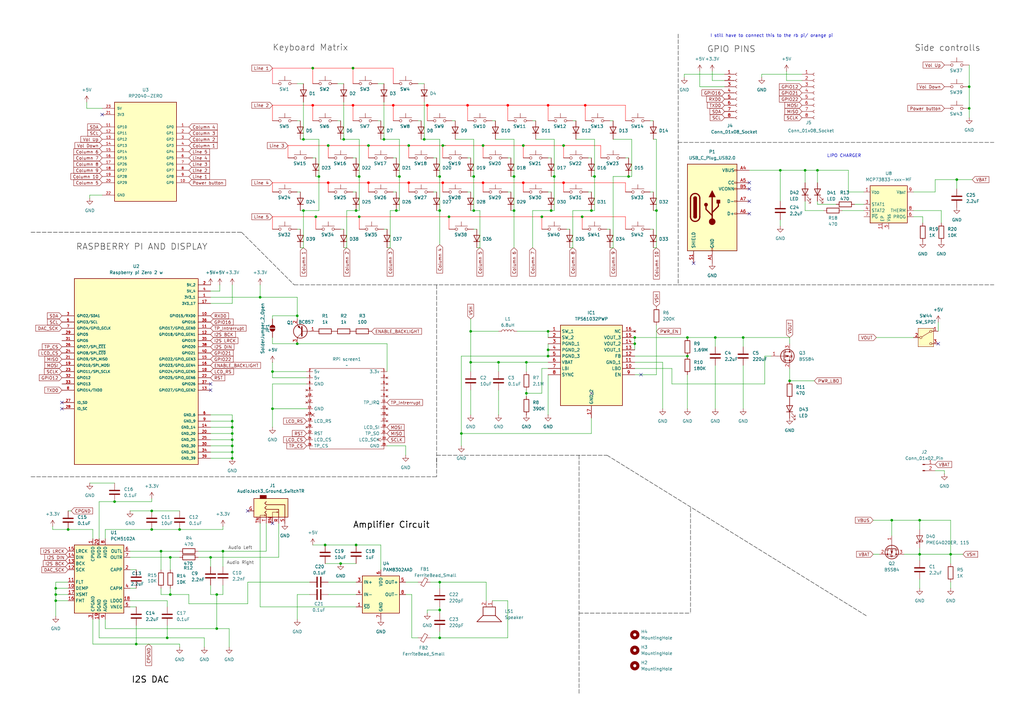
<source format=kicad_sch>
(kicad_sch (version 20250114) (generator "eeschema") (generator_version "9.0")
  (paper "A3")
  (title_block (title "Arc") (date "2025-05-16") (rev "v1"))
  (text "Amplifier Circuit" (at 160.528 215.392 0) (effects (font (size 2.54 2.54) (thickness 0.3175))))
  (text "I2S DAC\n" (at 61.722 278.892 0) (effects (font (size 2.54 2.54) (thickness 0.3175))))
  (text "Audio Right\n" (at 98.552 230.886 0) (effects (font (size 1.27 1.27))))
  (text "GPIO PINS\n" (at 299.974 20.32 0) (effects (font (size 2.54 2.54))))
  (text "RASPBERRY PI AND DISPLAY" (at 58.166 101.346 0) (effects (font (size 2.54 2.54))))
  (text "Side controlls\n" (at 388.62 19.812 0) (effects (font (size 2.54 2.54))))
  (text "Audio Left" (at 98.552 224.79 0) (effects (font (size 1.27 1.27))))
  (text "I still have to connect this to the rb pi/ orange pi\n" (at 316.484 14.732 0) (effects (font (size 1.27 1.27))))
  (text "LIPO CHARGER\n" (at 346.202 64.008 0) (effects (font (size 1.27 1.27))))
  (junction (at 320.04 69.85))
  (junction (at 323.85 156.21))
  (junction (at 210.82 86.36))
  (junction (at 184.15 88.9))
  (junction (at 128.27 43.18) (color 255 0 0 1))
  (junction (at 304.8 138.43))
  (junction (at 281.94 138.43))
  (junction (at 95.25 180.34))
  (junction (at 180.34 250.19))
  (junction (at 111.76 152.4))
  (junction (at 226.06 86.36))
  (junction (at 146.05 223.52))
  (junction (at 140.97 57.15))
  (junction (at 194.31 72.39))
  (junction (at 240.03 43.18) (color 255 0 0 1))
  (junction (at 147.32 88.9))
  (junction (at 224.79 135.89))
  (junction (at 397.51 44.45))
  (junction (at 86.36 228.6))
  (junction (at 214.63 74.93) (color 255 0 0 1))
  (junction (at 139.7 231.14))
  (junction (at 180.34 72.39))
  (junction (at 144.78 27.94))
  (junction (at 377.19 213.36))
  (junction (at 208.28 43.18) (color 255 0 0 1))
  (junction (at 62.23 209.55))
  (junction (at 69.85 228.6))
  (junction (at 95.25 175.26))
  (junction (at 227.33 72.39))
  (junction (at 151.13 74.93) (color 255 0 0 1))
  (junction (at 198.12 59.69))
  (junction (at 95.25 182.88))
  (junction (at 260.35 138.43))
  (junction (at 281.94 146.05))
  (junction (at 242.57 86.36))
  (junction (at 224.79 43.18) (color 255 0 0 1))
  (junction (at 46.99 205.74))
  (junction (at 189.23 177.8))
  (junction (at 173.99 57.15))
  (junction (at 198.12 74.93) (color 255 0 0 1))
  (junction (at 147.32 72.39))
  (junction (at 69.85 243.84))
  (junction (at 167.64 74.93) (color 255 0 0 1))
  (junction (at 134.62 74.93) (color 255 0 0 1))
  (junction (at 222.25 88.9))
  (junction (at 55.88 264.16))
  (junction (at 180.34 238.76))
  (junction (at 181.61 59.69))
  (junction (at 215.9 161.29))
  (junction (at 22.86 246.38))
  (junction (at 238.76 88.9))
  (junction (at 243.84 72.39))
  (junction (at 293.37 138.43))
  (junction (at 397.51 35.56))
  (junction (at 133.35 223.52))
  (junction (at 175.26 43.18) (color 255 0 0 1))
  (junction (at 193.04 148.59))
  (junction (at 224.79 143.51))
  (junction (at 161.29 43.18) (color 255 0 0 1))
  (junction (at 210.82 72.39))
  (junction (at 389.89 227.33))
  (junction (at 95.25 172.72))
  (junction (at 95.25 187.96))
  (junction (at 124.46 57.15))
  (junction (at 27.94 217.17))
  (junction (at 106.68 121.92))
  (junction (at 231.14 74.93) (color 255 0 0 1))
  (junction (at 124.46 86.36))
  (junction (at 260.35 140.97))
  (junction (at 22.86 243.84))
  (junction (at 162.56 86.36))
  (junction (at 204.47 148.59))
  (junction (at 62.23 217.17))
  (junction (at 129.54 88.9))
  (junction (at 269.24 86.36))
  (junction (at 392.43 73.66))
  (junction (at 151.13 59.69))
  (junction (at 257.81 72.39))
  (junction (at 88.9 257.81))
  (junction (at 191.77 43.18) (color 255 0 0 1))
  (junction (at 111.76 167.64))
  (junction (at 365.76 213.36))
  (junction (at 95.25 185.42))
  (junction (at 130.81 72.39))
  (junction (at 121.92 140.97))
  (junction (at 231.14 59.69))
  (junction (at 181.61 74.93) (color 255 0 0 1))
  (junction (at 163.83 72.39))
  (junction (at 128.27 27.94))
  (junction (at 377.19 227.33))
  (junction (at 330.2 69.85))
  (junction (at 22.86 241.3))
  (junction (at 73.66 217.17))
  (junction (at 180.34 261.62))
  (junction (at 91.44 226.06))
  (junction (at 167.64 59.69))
  (junction (at 144.78 43.18) (color 255 0 0 1))
  (junction (at 193.04 135.89))
  (junction (at 134.62 59.69))
  (junction (at 224.79 146.05))
  (junction (at 215.9 148.59))
  (junction (at 146.05 86.36))
  (junction (at 157.48 57.15))
  (junction (at 194.31 86.36))
  (junction (at 66.04 226.06))
  (junction (at 95.25 177.8))
  (junction (at 180.34 86.36))
  (junction (at 121.92 129.54))
  (junction (at 335.28 69.85))
  (junction (at 68.58 261.62))
  (junction (at 88.9 243.84))
  (junction (at 214.63 59.69))
  (no_connect (at 307.34 87.63))
  (no_connect (at 384.81 140.97))
  (no_connect (at 242.57 161.29))
  (no_connect (at 41.91 46.99))
  (no_connect (at 25.4 165.1))
  (no_connect (at 307.34 77.47))
  (no_connect (at 307.34 74.93))
  (no_connect (at 101.6 209.55))
  (no_connect (at 86.36 157.48))
  (no_connect (at 284.48 107.95))
  (no_connect (at 262.89 153.67))
  (no_connect (at 307.34 82.55))
  (no_connect (at 25.4 167.64))
  (no_connect (at 86.36 160.02))
  (no_connect (at 111.76 214.63))
  (wire (pts (xy 121.92 243.84) (xy 121.92 254)))
  (wire (pts (xy 62.23 217.17) (xy 73.66 217.17)))
  (wire (pts (xy 121.92 129.54) (xy 121.92 130.81)))
  (wire (pts (xy 173.99 57.15) (xy 180.34 57.15)))
  (wire (pts (xy 193.04 152.4) (xy 193.04 148.59)))
  (wire (pts (xy 210.82 86.36) (xy 209.55 86.36)))
  (wire (pts (xy 27.94 217.17) (xy 21.59 217.17)))
  (polyline (pts (xy 278.13 58.42) (xy 407.67 58.42)) (stroke (width 0) (type dash) (color 0 0 0 1)))
  (wire (pts (xy 106.68 248.92) (xy 146.05 248.92)))
  (wire (pts (xy 365.76 219.71) (xy 365.76 213.36)))
  (wire (pts (xy 35.56 44.45) (xy 35.56 41.91)))
  (wire (pts (xy 189.23 177.8) (xy 242.57 177.8)))
  (wire (pts (xy 124.46 41.91) (xy 124.46 57.15)))
  (wire (pts (xy 222.25 161.29) (xy 222.25 151.13)))
  (wire (pts (xy 101.6 247.65) (xy 101.6 238.76)))
  (wire (pts (xy 377.19 227.33) (xy 389.89 227.33)))
  (wire (pts (xy 175.26 43.18) (xy 175.26 49.53)) (stroke (width 0) (color 255 0 0 1)))
  (wire (pts (xy 101.6 238.76) (xy 127 238.76)))
  (wire (pts (xy 128.27 64.77) (xy 129.54 64.77)))
  (wire (pts (xy 38.1 254) (xy 38.1 264.16)))
  (wire (pts (xy 210.82 86.36) (xy 210.82 101.6)))
  (polyline (pts (xy 99.06 95.25) (xy 120.65 116.84)) (stroke (width 0) (type dash) (color 0 0 0 1)))
  (wire (pts (xy 147.32 72.39) (xy 146.05 72.39)))
  (wire (pts (xy 335.28 69.85) (xy 335.28 74.93)))
  (wire (pts (xy 198.12 59.69) (xy 198.12 64.77)) (stroke (width 0) (color 255 0 0 1)))
  (polyline (pts (xy 278.13 13.97) (xy 278.13 116.84)) (stroke (width 0) (type dash) (color 0 0 0 1)))
  (wire (pts (xy 350.52 83.82) (xy 354.33 83.82)))
  (wire (pts (xy 377.19 213.36) (xy 389.89 213.36)))
  (wire (pts (xy 193.04 148.59) (xy 204.47 148.59)))
  (wire (pts (xy 43.18 217.17) (xy 62.23 217.17)))
  (wire (pts (xy 128.27 27.94) (xy 128.27 34.29)) (stroke (width 0) (color 255 0 0 1)))
  (wire (pts (xy 210.82 72.39) (xy 209.55 72.39)))
  (wire (pts (xy 281.94 153.67) (xy 281.94 167.64)))
  (wire (pts (xy 365.76 213.36) (xy 377.19 213.36)))
  (wire (pts (xy 251.46 101.6) (xy 250.19 101.6)))
  (wire (pts (xy 214.63 74.93) (xy 214.63 78.74)) (stroke (width 0) (color 255 0 0 1)))
  (wire (pts (xy 243.84 86.36) (xy 242.57 86.36)))
  (wire (pts (xy 146.05 223.52) (xy 156.21 223.52)))
  (wire (pts (xy 134.62 59.69) (xy 134.62 64.77)) (stroke (width 0) (color 255 0 0 1)))
  (wire (pts (xy 180.34 86.36) (xy 180.34 100.33)))
  (wire (pts (xy 383.54 73.66) (xy 392.43 73.66)))
  (wire (pts (xy 180.34 250.19) (xy 175.26 250.19)))
  (wire (pts (xy 269.24 86.36) (xy 269.24 57.15)))
  (wire (pts (xy 68.58 261.62) (xy 83.82 261.62)))
  (wire (pts (xy 269.24 57.15) (xy 267.97 57.15)))
  (wire (pts (xy 251.46 57.15) (xy 259.08 57.15)))
  (wire (pts (xy 139.7 231.14) (xy 146.05 231.14)))
  (wire (pts (xy 95.25 177.8) (xy 95.25 180.34)))
  (wire (pts (xy 180.34 72.39) (xy 180.34 86.36)))
  (wire (pts (xy 234.95 86.36) (xy 234.95 101.6)))
  (wire (pts (xy 171.45 49.53) (xy 172.72 49.53)))
  (wire (pts (xy 218.44 49.53) (xy 219.71 49.53)))
  (wire (pts (xy 240.03 43.18) (xy 240.03 49.53)) (stroke (width 0) (color 255 0 0 1)))
  (wire (pts (xy 88.9 243.84) (xy 91.44 243.84)))
  (wire (pts (xy 231.14 74.93) (xy 231.14 78.74)) (stroke (width 0) (color 255 0 0 1)))
  (wire (pts (xy 111.76 167.64) (xy 111.76 175.26)))
  (wire (pts (xy 387.35 194.31) (xy 387.35 193.04)))
  (wire (pts (xy 181.61 74.93) (xy 198.12 74.93)) (stroke (width 0) (color 255 0 0 1)))
  (wire (pts (xy 144.78 78.74) (xy 146.05 78.74)))
  (wire (pts (xy 240.03 43.18) (xy 256.54 43.18)) (stroke (width 0) (color 255 0 0 1)))
  (wire (pts (xy 121.92 93.98) (xy 123.19 93.98)))
  (wire (pts (xy 121.92 140.97) (xy 158.75 140.97)))
  (wire (pts (xy 218.44 86.36) (xy 218.44 101.6)))
  (wire (pts (xy 62.23 209.55) (xy 53.34 209.55)))
  (wire (pts (xy 27.94 246.38) (xy 22.86 246.38)))
  (wire (pts (xy 287.02 29.21) (xy 287.02 35.56)))
  (wire (pts (xy 111.76 129.54) (xy 111.76 130.81)))
  (wire (pts (xy 389.89 227.33) (xy 394.97 227.33)))
  (wire (pts (xy 111.76 74.93) (xy 134.62 74.93)) (stroke (width 0) (color 255 0 0 1)))
  (wire (pts (xy 194.31 57.15) (xy 194.31 72.39)))
  (wire (pts (xy 40.64 205.74) (xy 40.64 220.98)))
  (wire (pts (xy 304.8 138.43) (xy 304.8 142.24)))
  (wire (pts (xy 175.26 250.19) (xy 175.26 251.46)))
  (wire (pts (xy 134.62 243.84) (xy 146.05 243.84)))
  (wire (pts (xy 162.56 86.36) (xy 160.02 86.36)))
  (polyline (pts (xy 179.07 186.69) (xy 248.92 186.69)) (stroke (width 0) (type dash) (color 0 0 0 1)))
  (wire (pts (xy 36.83 198.12) (xy 46.99 198.12)))
  (wire (pts (xy 322.58 29.21) (xy 322.58 33.02)))
  (wire (pts (xy 392.43 73.66) (xy 398.78 73.66)))
  (wire (pts (xy 208.28 246.38) (xy 201.93 246.38)))
  (wire (pts (xy 304.8 149.86) (xy 304.8 167.64)))
  (wire (pts (xy 133.35 231.14) (xy 139.7 231.14)))
  (wire (pts (xy 22.86 241.3) (xy 27.94 241.3)))
  (wire (pts (xy 370.84 227.33) (xy 377.19 227.33)))
  (wire (pts (xy 93.98 257.81) (xy 93.98 265.43)))
  (wire (pts (xy 194.31 72.39) (xy 194.31 86.36)))
  (wire (pts (xy 241.3 78.74) (xy 242.57 78.74)))
  (wire (pts (xy 68.58 246.38) (xy 68.58 248.92)))
  (wire (pts (xy 111.76 27.94) (xy 128.27 27.94)) (stroke (width 0) (color 255 0 16 1)))
  (wire (pts (xy 198.12 74.93) (xy 198.12 78.74)) (stroke (width 0) (color 255 0 0 1)))
  (wire (pts (xy 320.04 69.85) (xy 320.04 82.55)))
  (wire (pts (xy 236.22 57.15) (xy 243.84 57.15)))
  (wire (pts (xy 95.25 185.42) (xy 95.25 187.96)))
  (wire (pts (xy 269.24 153.67) (xy 269.24 133.35)))
  (wire (pts (xy 53.34 228.6) (xy 69.85 228.6)))
  (wire (pts (xy 161.29 27.94) (xy 161.29 34.29)) (stroke (width 0) (color 255 0 23 1)))
  (wire (pts (xy 224.79 49.53) (xy 224.79 43.18)) (stroke (width 0) (color 255 0 0 1)))
  (wire (pts (xy 83.82 261.62) (xy 83.82 265.43)))
  (wire (pts (xy 128.27 43.18) (xy 128.27 49.53)) (stroke (width 0) (color 255 0 0 1)))
  (wire (pts (xy 219.71 57.15) (xy 227.33 57.15)))
  (wire (pts (xy 157.48 41.91) (xy 157.48 57.15)))
  (wire (pts (xy 36.83 80.01) (xy 41.91 80.01)))
  (wire (pts (xy 22.86 246.38) (xy 22.86 252.73)))
  (wire (pts (xy 157.48 57.15) (xy 163.83 57.15)))
  (wire (pts (xy 62.23 209.55) (xy 73.66 209.55)))
  (polyline (pts (xy 278.13 116.84) (xy 407.67 116.84)) (stroke (width 0) (type dash) (color 0 0 0 1)))
  (wire (pts (xy 111.76 152.4) (xy 125.73 152.4)))
  (wire (pts (xy 186.69 57.15) (xy 194.31 57.15)))
  (wire (pts (xy 358.14 227.33) (xy 360.68 227.33)))
  (wire (pts (xy 320.04 69.85) (xy 330.2 69.85)))
  (wire (pts (xy 392.43 73.66) (xy 392.43 77.47)))
  (wire (pts (xy 342.9 83.82) (xy 335.28 83.82)))
  (wire (pts (xy 180.34 57.15) (xy 180.34 72.39)))
  (wire (pts (xy 151.13 74.93) (xy 167.64 74.93)) (stroke (width 0) (color 255 0 0 1)))
  (wire (pts (xy 208.28 43.18) (xy 208.28 49.53)) (stroke (width 0) (color 255 0 0 1)))
  (wire (pts (xy 222.25 88.9) (xy 238.76 88.9)) (stroke (width 0) (color 255 0 0 1)))
  (wire (pts (xy 142.24 86.36) (xy 142.24 101.6)))
  (wire (pts (xy 124.46 86.36) (xy 124.46 101.6)))
  (wire (pts (xy 215.9 160.02) (xy 215.9 161.29)))
  (wire (pts (xy 250.19 49.53) (xy 251.46 49.53)))
  (wire (pts (xy 38.1 264.16) (xy 55.88 264.16)))
  (wire (pts (xy 140.97 41.91) (xy 140.97 57.15)))
  (wire (pts (xy 224.79 146.05) (xy 189.23 146.05)))
  (wire (pts (xy 134.62 74.93) (xy 151.13 74.93)) (stroke (width 0) (color 255 0 0 1)))
  (wire (pts (xy 66.04 226.06) (xy 73.66 226.06)))
  (wire (pts (xy 378.46 88.9) (xy 378.46 91.44)))
  (wire (pts (xy 86.36 175.26) (xy 95.25 175.26)))
  (wire (pts (xy 234.95 101.6) (xy 233.68 101.6)))
  (wire (pts (xy 123.19 57.15) (xy 124.46 57.15)))
  (wire (pts (xy 323.85 151.13) (xy 323.85 156.21)))
  (wire (pts (xy 111.76 152.4) (xy 111.76 154.94)))
  (wire (pts (xy 81.28 228.6) (xy 86.36 228.6)))
  (wire (pts (xy 257.81 72.39) (xy 259.08 72.39)))
  (wire (pts (xy 242.57 171.45) (xy 242.57 177.8)))
  (wire (pts (xy 55.88 264.16) (xy 73.66 264.16)))
  (wire (pts (xy 224.79 64.77) (xy 226.06 64.77)))
  (wire (pts (xy 40.64 261.62) (xy 68.58 261.62)))
  (wire (pts (xy 224.79 143.51) (xy 224.79 146.05)))
  (wire (pts (xy 158.75 182.88) (xy 166.37 182.88)))
  (wire (pts (xy 184.15 88.9) (xy 184.15 93.98)) (stroke (width 0) (color 255 0 0 1)))
  (wire (pts (xy 22.86 243.84) (xy 22.86 246.38)))
  (wire (pts (xy 111.76 148.59) (xy 111.76 152.4)))
  (wire (pts (xy 88.9 257.81) (xy 93.98 257.81)))
  (wire (pts (xy 111.76 88.9) (xy 129.54 88.9)) (stroke (width 0) (color 255 0 0 1)))
  (wire (pts (xy 208.28 78.74) (xy 209.55 78.74)))
  (wire (pts (xy 194.31 72.39) (xy 193.04 72.39)))
  (polyline (pts (xy 120.65 116.84) (xy 278.13 116.84)) (stroke (width 0) (type dash) (color 0 0 0 1)))
  (wire (pts (xy 114.3 228.6) (xy 114.3 214.63)))
  (wire (pts (xy 161.29 64.77) (xy 162.56 64.77)))
  (wire (pts (xy 193.04 135.89) (xy 204.47 135.89)))
  (wire (pts (xy 215.9 161.29) (xy 215.9 162.56)))
  (wire (pts (xy 177.8 64.77) (xy 179.07 64.77)))
  (wire (pts (xy 27.94 238.76) (xy 22.86 238.76)))
  (wire (pts (xy 147.32 88.9) (xy 147.32 93.98)) (stroke (width 0) (color 255 0 0 1)))
  (wire (pts (xy 180.34 238.76) (xy 199.39 238.76)))
  (wire (pts (xy 212.09 135.89) (xy 224.79 135.89)))
  (wire (pts (xy 238.76 88.9) (xy 256.54 88.9)) (stroke (width 0) (color 255 0 0 1)))
  (wire (pts (xy 157.48 57.15) (xy 156.21 57.15)))
  (wire (pts (xy 397.51 44.45) (xy 397.51 48.26)))
  (wire (pts (xy 194.31 86.36) (xy 196.85 86.36)))
  (wire (pts (xy 121.92 121.92) (xy 121.92 129.54)))
  (wire (pts (xy 125.73 154.94) (xy 111.76 154.94)))
  (wire (pts (xy 358.14 213.36) (xy 365.76 213.36)))
  (wire (pts (xy 214.63 59.69) (xy 214.63 64.77)) (stroke (width 0) (color 255 0 0 1)))
  (wire (pts (xy 330.2 86.36) (xy 337.82 86.36)))
  (wire (pts (xy 312.42 31.75) (xy 312.42 30.48)))
  (wire (pts (xy 280.67 31.75) (xy 280.67 30.48)))
  (wire (pts (xy 224.79 140.97) (xy 224.79 143.51)))
  (wire (pts (xy 260.35 138.43) (xy 281.94 138.43)))
  (wire (pts (xy 168.91 261.62) (xy 171.45 261.62)))
  (wire (pts (xy 86.36 243.84) (xy 88.9 243.84)))
  (wire (pts (xy 323.85 156.21) (xy 334.01 156.21)))
  (wire (pts (xy 53.34 233.68) (xy 55.88 233.68)))
  (wire (pts (xy 124.46 57.15) (xy 130.81 57.15)))
  (wire (pts (xy 377.19 237.49) (xy 377.19 241.3)))
  (wire (pts (xy 129.54 72.39) (xy 130.81 72.39)))
  (wire (pts (xy 90.17 119.38) (xy 90.17 116.84)))
  (wire (pts (xy 111.76 78.74) (xy 111.76 74.93)) (stroke (width 0) (color 255 0 0 1)))
  (wire (pts (xy 147.32 72.39) (xy 147.32 86.36)))
  (wire (pts (xy 43.18 257.81) (xy 88.9 257.81)))
  (wire (pts (xy 176.53 238.76) (xy 180.34 238.76)))
  (wire (pts (xy 118.11 64.77) (xy 118.11 59.69)) (stroke (width 0) (color 255 0 0 1)))
  (wire (pts (xy 234.95 86.36) (xy 242.57 86.36)))
  (wire (pts (xy 227.33 72.39) (xy 227.33 86.36)))
  (wire (pts (xy 193.04 130.81) (xy 193.04 135.89)))
  (wire (pts (xy 118.11 59.69) (xy 134.62 59.69)) (stroke (width 0) (color 255 0 0 1)))
  (wire (pts (xy 95.25 182.88) (xy 95.25 185.42)))
  (polyline (pts (xy 237.49 251.46) (xy 283.21 251.46)) (stroke (width 0) (type dash) (color 0 0 0 1)))
  (wire (pts (xy 224.79 78.74) (xy 226.06 78.74)))
  (wire (pts (xy 167.64 59.69) (xy 167.64 64.77)) (stroke (width 0) (color 255 0 0 1)))
  (wire (pts (xy 208.28 64.77) (xy 209.55 64.77)))
  (wire (pts (xy 330.2 82.55) (xy 330.2 86.36)))
  (wire (pts (xy 292.1 29.21) (xy 292.1 33.02)))
  (wire (pts (xy 154.94 49.53) (xy 156.21 49.53)))
  (wire (pts (xy 243.84 72.39) (xy 243.84 86.36)))
  (wire (pts (xy 106.68 214.63) (xy 106.68 248.92)))
  (wire (pts (xy 389.89 213.36) (xy 389.89 227.33)))
  (wire (pts (xy 227.33 57.15) (xy 227.33 72.39)))
  (wire (pts (xy 127 243.84) (xy 121.92 243.84)))
  (wire (pts (xy 330.2 69.85) (xy 330.2 74.93)))
  (wire (pts (xy 260.35 148.59) (xy 271.78 148.59)))
  (wire (pts (xy 194.31 93.98) (xy 195.58 93.98)))
  (wire (pts (xy 144.78 43.18) (xy 144.78 49.53)) (stroke (width 0) (color 255 0 0 1)))
  (wire (pts (xy 374.65 88.9) (xy 378.46 88.9)))
  (wire (pts (xy 387.35 193.04) (xy 383.54 193.04)))
  (wire (pts (xy 397.51 35.56) (xy 397.51 44.45)))
  (wire (pts (xy 181.61 64.77) (xy 181.61 59.69)) (stroke (width 0) (color 255 0 0 1)))
  (polyline (pts (xy 12.7 95.25) (xy 99.06 95.25)) (stroke (width 0) (type dash) (color 0 0 0 1)))
  (wire (pts (xy 287.02 35.56) (xy 297.18 35.56)))
  (wire (pts (xy 231.14 74.93) (xy 256.54 74.93)) (stroke (width 0) (color 255 0 0 1)))
  (wire (pts (xy 69.85 228.6) (xy 69.85 233.68)))
  (wire (pts (xy 111.76 49.53) (xy 111.76 43.18)) (stroke (width 0) (color 255 0 0 1)))
  (wire (pts (xy 144.78 27.94) (xy 161.29 27.94)) (stroke (width 0) (color 255 0 0 1)))
  (wire (pts (xy 208.28 261.62) (xy 208.28 246.38)))
  (wire (pts (xy 322.58 33.02) (xy 328.93 33.02)))
  (wire (pts (xy 232.41 93.98) (xy 233.68 93.98)))
  (wire (pts (xy 109.22 214.63) (xy 109.22 226.06)))
  (wire (pts (xy 256.54 43.18) (xy 256.54 49.53)) (stroke (width 0) (color 255 0 0 1)))
  (wire (pts (xy 134.62 74.93) (xy 134.62 78.74)) (stroke (width 0) (color 255 0 0 1)))
  (wire (pts (xy 91.44 226.06) (xy 91.44 232.41)))
  (wire (pts (xy 167.64 74.93) (xy 181.61 74.93)) (stroke (width 0) (color 255 0 0 1)))
  (wire (pts (xy 191.77 78.74) (xy 193.04 78.74)))
  (wire (pts (xy 389.89 238.76) (xy 389.89 241.3)))
  (wire (pts (xy 383.54 78.74) (xy 383.54 73.66)))
  (wire (pts (xy 246.38 59.69) (xy 246.38 64.77)) (stroke (width 0) (color 255 0 0 1)))
  (wire (pts (xy 86.36 240.03) (xy 86.36 243.84)))
  (wire (pts (xy 95.25 170.18) (xy 95.25 172.72)))
  (wire (pts (xy 157.48 93.98) (xy 158.75 93.98)))
  (wire (pts (xy 81.28 226.06) (xy 91.44 226.06)))
  (wire (pts (xy 214.63 74.93) (xy 231.14 74.93)) (stroke (width 0) (color 255 0 0 1)))
  (wire (pts (xy 163.83 57.15) (xy 163.83 72.39)))
  (wire (pts (xy 215.9 161.29) (xy 222.25 161.29)))
  (wire (pts (xy 257.81 72.39) (xy 251.46 72.39)))
  (wire (pts (xy 191.77 43.18) (xy 191.77 49.53)) (stroke (width 0) (color 255 0 0 1)))
  (wire (pts (xy 384.81 132.08) (xy 384.81 135.89)))
  (wire (pts (xy 53.34 241.3) (xy 55.88 241.3)))
  (wire (pts (xy 313.69 146.05) (xy 316.23 146.05)))
  (wire (pts (xy 189.23 177.8) (xy 189.23 182.88)))
  (wire (pts (xy 144.78 43.18) (xy 161.29 43.18)) (stroke (width 0) (color 255 0 0 1)))
  (wire (pts (xy 91.44 243.84) (xy 91.44 240.03)))
  (wire (pts (xy 167.64 74.93) (xy 167.64 78.74)) (stroke (width 0) (color 255 0 0 1)))
  (wire (pts (xy 181.61 59.69) (xy 182.88 59.69)))
  (polyline (pts (xy 283.21 208.28) (xy 283.21 251.46)) (stroke (width 0) (type dash) (color 0 0 0 1)))
  (wire (pts (xy 266.7 78.74) (xy 267.97 78.74)))
  (wire (pts (xy 36.83 81.28) (xy 36.83 80.01)))
  (wire (pts (xy 124.46 34.29) (xy 121.92 34.29)))
  (wire (pts (xy 180.34 248.92) (xy 180.34 250.19)))
  (wire (pts (xy 27.94 217.17) (xy 38.1 217.17)))
  (wire (pts (xy 293.37 149.86) (xy 293.37 167.64)))
  (wire (pts (xy 158.75 140.97) (xy 158.75 152.4)))
  (wire (pts (xy 335.28 83.82) (xy 335.28 82.55)))
  (wire (pts (xy 243.84 72.39) (xy 242.57 72.39)))
  (wire (pts (xy 243.84 57.15) (xy 243.84 72.39)))
  (wire (pts (xy 69.85 243.84) (xy 69.85 241.3)))
  (wire (pts (xy 175.26 43.18) (xy 191.77 43.18)) (stroke (width 0) (color 255 0 0 1)))
  (wire (pts (xy 345.44 86.36) (xy 354.33 86.36)))
  (wire (pts (xy 163.83 86.36) (xy 162.56 86.36)))
  (wire (pts (xy 227.33 72.39) (xy 226.06 72.39)))
  (wire (pts (xy 180.34 261.62) (xy 208.28 261.62)))
  (wire (pts (xy 347.98 69.85) (xy 347.98 78.74)))
  (wire (pts (xy 130.81 72.39) (xy 130.81 86.36)))
  (wire (pts (xy 204.47 152.4) (xy 204.47 148.59)))
  (wire (pts (xy 66.04 243.84) (xy 69.85 243.84)))
  (wire (pts (xy 156.21 223.52) (xy 156.21 233.68)))
  (wire (pts (xy 377.19 213.36) (xy 377.19 217.17)))
  (wire (pts (xy 166.37 182.88) (xy 166.37 186.69)))
  (wire (pts (xy 307.34 69.85) (xy 320.04 69.85)))
  (wire (pts (xy 224.79 135.89) (xy 224.79 138.43)))
  (wire (pts (xy 111.76 140.97) (xy 121.92 140.97)))
  (wire (pts (xy 161.29 43.18) (xy 175.26 43.18)) (stroke (width 0) (color 255 0 0 1)))
  (wire (pts (xy 22.86 243.84) (xy 27.94 243.84)))
  (wire (pts (xy 86.36 119.38) (xy 90.17 119.38)))
  (wire (pts (xy 138.43 49.53) (xy 139.7 49.53)))
  (wire (pts (xy 134.62 59.69) (xy 151.13 59.69)) (stroke (width 0) (color 255 0 0 1)))
  (wire (pts (xy 124.46 86.36) (xy 123.19 86.36)))
  (wire (pts (xy 312.42 30.48) (xy 328.93 30.48)))
  (wire (pts (xy 91.44 226.06) (xy 109.22 226.06)))
  (wire (pts (xy 77.47 247.65) (xy 101.6 247.65)))
  (wire (pts (xy 280.67 30.48) (xy 297.18 30.48)))
  (wire (pts (xy 62.23 204.47) (xy 62.23 205.74)))
  (wire (pts (xy 222.25 151.13) (xy 224.79 151.13)))
  (wire (pts (xy 163.83 72.39) (xy 162.56 72.39)))
  (wire (pts (xy 128.27 223.52) (xy 133.35 223.52)))
  (wire (pts (xy 323.85 138.43) (xy 323.85 140.97)))
  (wire (pts (xy 111.76 93.98) (xy 111.76 88.9)) (stroke (width 0) (color 255 0 0 1)))
  (wire (pts (xy 260.35 140.97) (xy 260.35 143.51)))
  (wire (pts (xy 173.99 41.91) (xy 173.99 57.15)))
  (wire (pts (xy 260.35 153.67) (xy 269.24 153.67)))
  (polyline (pts (xy 179.07 116.84) (xy 179.07 190.5)) (stroke (width 0) (type dash) (color 0 0 0 1)))
  (wire (pts (xy 73.66 217.17) (xy 91.44 217.17)))
  (wire (pts (xy 86.36 185.42) (xy 95.25 185.42)))
  (wire (pts (xy 121.92 49.53) (xy 123.19 49.53)))
  (wire (pts (xy 86.36 124.46) (xy 95.25 124.46)))
  (polyline (pts (xy 237.49 186.69) (xy 237.49 284.48)) (stroke (width 0) (type dash) (color 0 0 0 1)))
  (wire (pts (xy 214.63 59.69) (xy 231.14 59.69)) (stroke (width 0) (color 255 0 0 1)))
  (wire (pts (xy 95.25 172.72) (xy 95.25 175.26)))
  (wire (pts (xy 86.36 228.6) (xy 86.36 232.41)))
  (wire (pts (xy 106.68 116.84) (xy 106.68 121.92)))
  (wire (pts (xy 86.36 228.6) (xy 114.3 228.6)))
  (wire (pts (xy 260.35 146.05) (xy 281.94 146.05)))
  (wire (pts (xy 180.34 86.36) (xy 179.07 86.36)))
  (wire (pts (xy 128.27 27.94) (xy 144.78 27.94)) (stroke (width 0) (color 255 0 0 1)))
  (wire (pts (xy 161.29 78.74) (xy 162.56 78.74)))
  (wire (pts (xy 86.36 121.92) (xy 106.68 121.92)))
  (wire (pts (xy 22.86 238.76) (xy 22.86 241.3)))
  (wire (pts (xy 234.95 49.53) (xy 236.22 49.53)))
  (wire (pts (xy 256.54 88.9) (xy 256.54 93.98)) (stroke (width 0) (color 255 0 0 1)))
  (wire (pts (xy 293.37 138.43) (xy 293.37 142.24)))
  (wire (pts (xy 91.44 215.9) (xy 91.44 217.17)))
  (wire (pts (xy 210.82 57.15) (xy 210.82 72.39)))
  (wire (pts (xy 111.76 138.43) (xy 111.76 140.97)))
  (wire (pts (xy 238.76 88.9) (xy 238.76 93.98)) (stroke (width 0) (color 255 0 0 1)))
  (wire (pts (xy 180.34 72.39) (xy 179.07 72.39)))
  (wire (pts (xy 95.25 175.26) (xy 95.25 177.8)))
  (wire (pts (xy 142.24 101.6) (xy 140.97 101.6)))
  (wire (pts (xy 77.47 243.84) (xy 77.47 247.65)))
  (wire (pts (xy 181.61 59.69) (xy 198.12 59.69)) (stroke (width 0) (color 255 0 0 1)))
  (wire (pts (xy 226.06 86.36) (xy 218.44 86.36)))
  (wire (pts (xy 377.19 224.79) (xy 377.19 227.33)))
  (wire (pts (xy 22.86 241.3) (xy 22.86 243.84)))
  (wire (pts (xy 275.59 157.48) (xy 313.69 157.48)))
  (wire (pts (xy 88.9 243.84) (xy 88.9 257.81)))
  (wire (pts (xy 121.92 129.54) (xy 111.76 129.54)))
  (wire (pts (xy 241.3 64.77) (xy 242.57 64.77)))
  (wire (pts (xy 161.29 43.18) (xy 161.29 49.53)) (stroke (width 0) (color 255 0 0 1)))
  (wire (pts (xy 41.91 44.45) (xy 35.56 44.45)))
  (wire (pts (xy 275.59 151.13) (xy 275.59 157.48)))
  (wire (pts (xy 222.25 88.9) (xy 222.25 93.98)) (stroke (width 0) (color 255 0 0 1)))
  (wire (pts (xy 171.45 34.29) (xy 173.99 34.29)))
  (wire (pts (xy 269.24 101.6) (xy 269.24 86.36)))
  (wire (pts (xy 374.65 78.74) (xy 383.54 78.74)))
  (wire (pts (xy 146.05 86.36) (xy 142.24 86.36)))
  (wire (pts (xy 374.65 86.36) (xy 386.08 86.36)))
  (polyline (pts (xy 248.92 186.69) (xy 355.6 252.73)) (stroke (width 0) (type dash) (color 0 0 0 1)))
  (wire (pts (xy 335.28 69.85) (xy 347.98 69.85)))
  (wire (pts (xy 86.36 170.18) (xy 95.25 170.18)))
  (wire (pts (xy 185.42 49.53) (xy 186.69 49.53)))
  (wire (pts (xy 224.79 43.18) (xy 240.03 43.18)) (stroke (width 0) (color 255 0 0 1)))
  (wire (pts (xy 313.69 157.48) (xy 313.69 146.05)))
  (wire (pts (xy 151.13 74.93) (xy 151.13 78.74)) (stroke (width 0) (color 255 0 0 1)))
  (wire (pts (xy 129.54 88.9) (xy 147.32 88.9)) (stroke (width 0) (color 255 0 0 1)))
  (wire (pts (xy 281.94 138.43) (xy 293.37 138.43)))
  (wire (pts (xy 266.7 49.53) (xy 267.97 49.53)))
  (wire (pts (xy 144.78 27.94) (xy 144.78 34.29)) (stroke (width 0) (color 255 0 0 1)))
  (wire (pts (xy 389.89 227.33) (xy 389.89 231.14)))
  (wire (pts (xy 38.1 220.98) (xy 38.1 217.17)))
  (wire (pts (xy 177.8 78.74) (xy 179.07 78.74)))
  (wire (pts (xy 95.25 180.34) (xy 95.25 182.88)))
  (wire (pts (xy 86.36 177.8) (xy 95.25 177.8)))
  (wire (pts (xy 46.99 205.74) (xy 62.23 205.74)))
  (wire (pts (xy 191.77 64.77) (xy 193.04 64.77)))
  (wire (pts (xy 208.28 43.18) (xy 224.79 43.18)) (stroke (width 0) (color 255 0 0 1)))
  (wire (pts (xy 167.64 59.69) (xy 181.61 59.69)) (stroke (width 0) (color 255 0 0 1)))
  (wire (pts (xy 224.79 153.67) (xy 224.79 170.18)))
  (wire (pts (xy 69.85 243.84) (xy 77.47 243.84)))
  (wire (pts (xy 111.76 34.29) (xy 111.76 27.94)) (stroke (width 0) (color 255 10 37 1)))
  (wire (pts (xy 86.36 172.72) (xy 95.25 172.72)))
  (wire (pts (xy 271.78 148.59) (xy 271.78 167.64)))
  (wire (pts (xy 248.92 93.98) (xy 250.19 93.98)))
  (wire (pts (xy 181.61 74.93) (xy 181.61 78.74)) (stroke (width 0) (color 255 0 0 1)))
  (wire (pts (xy 128.27 43.18) (xy 144.78 43.18)) (stroke (width 0) (color 255 0 0 1)))
  (wire (pts (xy 347.98 78.74) (xy 354.33 78.74)))
  (wire (pts (xy 180.34 238.76) (xy 180.34 241.3)))
  (wire (pts (xy 304.8 138.43) (xy 323.85 138.43)))
  (wire (pts (xy 73.66 264.16) (xy 73.66 265.43)))
  (wire (pts (xy 95.25 116.84) (xy 95.25 124.46)))
  (wire (pts (xy 176.53 261.62) (xy 180.34 261.62)))
  (wire (pts (xy 111.76 157.48) (xy 111.76 167.64)))
  (wire (pts (xy 199.39 238.76) (xy 199.39 246.38)))
  (wire (pts (xy 121.92 78.74) (xy 123.19 78.74)))
  (wire (pts (xy 40.64 254) (xy 40.64 261.62)))
  (wire (pts (xy 193.04 135.89) (xy 193.04 148.59)))
  (wire (pts (xy 330.2 69.85) (xy 335.28 69.85)))
  (wire (pts (xy 130.81 57.15) (xy 130.81 72.39)))
  (wire (pts (xy 125.73 157.48) (xy 111.76 157.48)))
  (wire (pts (xy 163.83 72.39) (xy 163.83 86.36)))
  (wire (pts (xy 251.46 72.39) (xy 251.46 101.6)))
  (wire (pts (xy 204.47 160.02) (xy 204.47 170.18)))
  (wire (pts (xy 198.12 59.69) (xy 214.63 59.69)) (stroke (width 0) (color 255 0 0 1)))
  (wire (pts (xy 21.59 215.9) (xy 21.59 217.17)))
  (wire (pts (xy 86.36 187.96) (xy 95.25 187.96)))
  (wire (pts (xy 53.34 248.92) (xy 55.88 248.92)))
  (wire (pts (xy 106.68 121.92) (xy 121.92 121.92)))
  (wire (pts (xy 43.18 220.98) (xy 43.18 217.17)))
  (wire (pts (xy 147.32 86.36) (xy 146.05 86.36)))
  (wire (pts (xy 68.58 256.54) (xy 68.58 261.62)))
  (wire (pts (xy 125.73 167.64) (xy 111.76 167.64)))
  (wire (pts (xy 138.43 34.29) (xy 140.97 34.29)))
  (wire (pts (xy 194.31 86.36) (xy 193.04 86.36)))
  (wire (pts (xy 147.32 88.9) (xy 184.15 88.9)) (stroke (width 0) (color 255 0 0 1)))
  (wire (pts (xy 256.54 74.93) (xy 256.54 78.74)) (stroke (width 0) (color 255 0 0 1)))
  (wire (pts (xy 260.35 138.43) (xy 260.35 140.97)))
  (wire (pts (xy 147.32 57.15) (xy 147.32 72.39)))
  (wire (pts (xy 111.76 43.18) (xy 128.27 43.18)) (stroke (width 0) (color 255 0 0 1)))
  (wire (pts (xy 397.51 26.67) (xy 397.51 35.56)))
  (wire (pts (xy 260.35 151.13) (xy 275.59 151.13)))
  (wire (pts (xy 124.46 101.6) (xy 123.19 101.6)))
  (wire (pts (xy 198.12 74.93) (xy 214.63 74.93)) (stroke (width 0) (color 255 0 0 1)))
  (polyline (pts (xy 179.07 187.96) (xy 179.07 195.58)) (stroke (width 0) (type dash) (color 0 0 0 1)))
  (wire (pts (xy 144.78 64.77) (xy 146.05 64.77)))
  (wire (pts (xy 86.36 180.34) (xy 95.25 180.34)))
  (wire (pts (xy 160.02 101.6) (xy 158.75 101.6)))
  (wire (pts (xy 55.88 256.54) (xy 55.88 264.16)))
  (wire (pts (xy 267.97 101.6) (xy 269.24 101.6)))
  (wire (pts (xy 227.33 86.36) (xy 226.06 86.36)))
  (wire (pts (xy 86.36 182.88) (xy 95.25 182.88)))
  (wire (pts (xy 134.62 238.76) (xy 146.05 238.76)))
  (wire (pts (xy 151.13 59.69) (xy 151.13 64.77)) (stroke (width 0) (color 255 0 0 1)))
  (wire (pts (xy 133.35 223.52) (xy 146.05 223.52)))
  (wire (pts (xy 139.7 93.98) (xy 140.97 93.98)))
  (wire (pts (xy 189.23 146.05) (xy 189.23 177.8)))
  (wire (pts (xy 231.14 59.69) (xy 246.38 59.69)) (stroke (width 0) (color 255 0 0 1)))
  (wire (pts (xy 66.04 241.3) (xy 66.04 243.84)))
  (wire (pts (xy 293.37 138.43) (xy 304.8 138.43)))
  (wire (pts (xy 256.54 64.77) (xy 257.81 64.77)))
  (wire (pts (xy 210.82 72.39) (xy 210.82 86.36)))
  (wire (pts (xy 184.15 88.9) (xy 222.25 88.9)) (stroke (width 0) (color 255 0 0 1)))
  (wire (pts (xy 193.04 160.02) (xy 193.04 170.18)))
  (wire (pts (xy 129.54 88.9) (xy 129.54 93.98)) (stroke (width 0) (color 255 0 0 1)))
  (wire (pts (xy 196.85 86.36) (xy 196.85 101.6)))
  (wire (pts (xy 224.79 148.59) (xy 215.9 148.59)))
  (wire (pts (xy 166.37 243.84) (xy 168.91 243.84)))
  (wire (pts (xy 173.99 57.15) (xy 172.72 57.15)))
  (wire (pts (xy 66.04 226.06) (xy 66.04 233.68)))
  (wire (pts (xy 231.14 59.69) (xy 231.14 64.77)) (stroke (width 0) (color 255 0 0 1)))
  (wire (pts (xy 215.9 148.59) (xy 215.9 152.4)))
  (wire (pts (xy 267.97 86.36) (xy 269.24 86.36)))
  (wire (pts (xy 259.08 57.15) (xy 259.08 72.39)))
  (wire (pts (xy 292.1 33.02) (xy 297.18 33.02)))
  (wire (pts (xy 359.41 138.43) (xy 374.65 138.43)))
  (wire (pts (xy 180.34 250.19) (xy 180.34 251.46)))
  (wire (pts (xy 130.81 86.36) (xy 124.46 86.36)))
  (wire (pts (xy 166.37 238.76) (xy 171.45 238.76)))
  (wire (pts (xy 168.91 243.84) (xy 168.91 261.62)))
  (wire (pts (xy 140.97 57.15) (xy 147.32 57.15)))
  (wire (pts (xy 266.7 93.98) (xy 267.97 93.98)))
  (wire (pts (xy 53.34 246.38) (xy 68.58 246.38)))
  (wire (pts (xy 377.19 229.87) (xy 377.19 227.33)))
  (wire (pts (xy 386.08 86.36) (xy 386.08 91.44)))
  (wire (pts (xy 196.85 101.6) (xy 195.58 101.6)))
  (wire (pts (xy 40.64 205.74) (xy 46.99 205.74)))
  (wire (pts (xy 191.77 43.18) (xy 208.28 43.18)) (stroke (width 0) (color 255 0 0 1)))
  (wire (pts (xy 160.02 86.36) (xy 160.02 101.6)))
  (wire (pts (xy 204.47 148.59) (xy 215.9 148.59)))
  (wire (pts (xy 43.18 254) (xy 43.18 257.81)))
  (wire (pts (xy 201.93 49.53) (xy 203.2 49.53)))
  (wire (pts (xy 320.04 92.71) (xy 320.04 90.17)))
  (wire (pts (xy 151.13 59.69) (xy 167.64 59.69)) (stroke (width 0) (color 255 0 0 1)))
  (wire (pts (xy 203.2 57.15) (xy 210.82 57.15)))
  (wire (pts (xy 154.94 34.29) (xy 157.48 34.29)))
  (wire (pts (xy 53.34 226.06) (xy 66.04 226.06)))
  (wire (pts (xy 180.34 261.62) (xy 180.34 259.08)))
  (polyline (pts (xy 12.7 195.58) (xy 179.07 195.58)) (stroke (width 0) (type dash) (color 0 0 0 1)))
  (wire (pts (xy 140.97 57.15) (xy 139.7 57.15)))
  (wire (pts (xy 69.85 228.6) (xy 73.66 228.6)))
  (wire (pts (xy 27.94 209.55) (xy 29.21 209.55)))
  (label "Keyboard Matrix" (at 111.76 21.59 0) (effects (font (size 2.54 2.54))))
  (global_label "Line 5" (shape input) (at 77.47 62.23 0) (property "Intersheetrefs" "${INTERSHEET_REFS}" (effects (hide yes))))
  (global_label "SDA" (shape input) (at 25.4 129.54 180) (property "Intersheetrefs" "${INTERSHEET_REFS}" (effects (hide yes))))
  (global_label "CPGND" (shape input) (at 60.96 264.16 270) (property "Intersheetrefs" "${INTERSHEET_REFS}" (effects (hide yes))))
  (global_label "Vol Down" (shape input) (at 41.91 59.69 180) (property "Intersheetrefs" "${INTERSHEET_REFS}" (effects (hide yes))))
  (global_label "I2S DIN" (shape input) (at 86.36 142.24 0) (property "Intersheetrefs" "${INTERSHEET_REFS}" (effects (hide yes))))
  (global_label "Line 2" (shape input) (at 111.76 43.18 180) (property "Intersheetrefs" "${INTERSHEET_REFS}" (effects (hide yes))))
  (global_label "GPIO21" (shape input) (at 86.36 144.78 0) (property "Intersheetrefs" "${INTERSHEET_REFS}" (effects (hide yes))))
  (global_label "Line 4" (shape input) (at 111.76 74.93 180) (property "Intersheetrefs" "${INTERSHEET_REFS}" (effects (hide yes))))
  (global_label "Column 1" (shape input) (at 77.47 59.69 0) (property "Intersheetrefs" "${INTERSHEET_REFS}" (effects (hide yes))))
  (global_label "GPIO21" (shape input) (at 328.93 38.1 180) (property "Intersheetrefs" "${INTERSHEET_REFS}" (effects (hide yes))))
  (global_label "Column 10" (shape input) (at 269.24 101.6 270) (property "Intersheetrefs" "${INTERSHEET_REFS}" (effects (hide yes))))
  (global_label "Column 5" (shape input) (at 196.85 101.6 270) (property "Intersheetrefs" "${INTERSHEET_REFS}" (effects (hide yes))))
  (global_label "ENABLE_BACKLIGHT" (shape input) (at 86.36 149.86 0) (property "Intersheetrefs" "${INTERSHEET_REFS}" (effects (hide yes))))
  (global_label "VBUS" (shape input) (at 358.14 213.36 180) (property "Intersheetrefs" "${INTERSHEET_REFS}" (effects (hide yes))))
  (global_label "Line 3" (shape input) (at 118.11 59.69 180) (property "Intersheetrefs" "${INTERSHEET_REFS}" (effects (hide yes))))
  (global_label "Power button" (shape input) (at 387.35 44.45 180) (property "Intersheetrefs" "${INTERSHEET_REFS}" (effects (hide yes))))
  (global_label "GPIO16" (shape input) (at 297.18 38.1 180) (property "Intersheetrefs" "${INTERSHEET_REFS}" (effects (hide yes))))
  (global_label "CPGND" (shape input) (at 29.21 209.55 0) (property "Intersheetrefs" "${INTERSHEET_REFS}" (effects (hide yes))))
  (global_label "I2S LRCK" (shape input) (at 27.94 226.06 180) (property "Intersheetrefs" "${INTERSHEET_REFS}" (effects (hide yes))))
  (global_label "GPIO22" (shape input) (at 328.93 40.64 180) (property "Intersheetrefs" "${INTERSHEET_REFS}" (effects (hide yes))))
  (global_label "Line 1" (shape input) (at 77.47 72.39 0) (property "Intersheetrefs" "${INTERSHEET_REFS}" (effects (hide yes))))
  (global_label "MISO" (shape input) (at 158.75 177.8 0) (property "Intersheetrefs" "${INTERSHEET_REFS}" (effects (hide yes))))
  (global_label "VOUT" (shape input) (at 323.85 138.43 90) (property "Intersheetrefs" "${INTERSHEET_REFS}" (effects (hide yes))))
  (global_label "DAC_SCK" (shape input) (at 27.94 233.68 180) (property "Intersheetrefs" "${INTERSHEET_REFS}" (effects (hide yes))))
  (global_label "Column 5" (shape input) (at 41.91 74.93 180) (property "Intersheetrefs" "${INTERSHEET_REFS}" (effects (hide yes))))
  (global_label "Column 2" (shape input) (at 142.24 101.6 270) (property "Intersheetrefs" "${INTERSHEET_REFS}" (effects (hide yes))))
  (global_label "SCL" (shape input) (at 41.91 54.61 180) (property "Intersheetrefs" "${INTERSHEET_REFS}" (effects (hide yes))))
  (global_label "MOSI" (shape input) (at 158.75 175.26 0) (property "Intersheetrefs" "${INTERSHEET_REFS}" (effects (hide yes))))
  (global_label "Column 8" (shape input) (at 234.95 101.6 270) (property "Intersheetrefs" "${INTERSHEET_REFS}" (effects (hide yes))))
  (global_label "MOSI" (shape input) (at 25.4 149.86 180) (property "Intersheetrefs" "${INTERSHEET_REFS}" (effects (hide yes))))
  (global_label "Column 3" (shape input) (at 77.47 54.61 0) (property "Intersheetrefs" "${INTERSHEET_REFS}" (effects (hide yes))))
  (global_label "TP_Intrerrupt" (shape input) (at 86.36 134.62 0) (property "Intersheetrefs" "${INTERSHEET_REFS}" (effects (hide yes))))
  (global_label "LCD_RS" (shape input) (at 125.73 172.72 180) (property "Intersheetrefs" "${INTERSHEET_REFS}" (effects (hide yes))))
  (global_label "DAC_SCK" (shape input) (at 25.4 134.62 180) (property "Intersheetrefs" "${INTERSHEET_REFS}" (effects (hide yes))))
  (global_label "Line 2" (shape input) (at 77.47 69.85 0) (property "Intersheetrefs" "${INTERSHEET_REFS}" (effects (hide yes))))
  (global_label "TP_CS" (shape input) (at 125.73 182.88 180) (property "Intersheetrefs" "${INTERSHEET_REFS}" (effects (hide yes))))
  (global_label "SCL" (shape input) (at 297.18 48.26 180) (property "Intersheetrefs" "${INTERSHEET_REFS}" (effects (hide yes))))
  (global_label "SCLK" (shape input) (at 328.93 48.26 180) (property "Intersheetrefs" "${INTERSHEET_REFS}" (effects (hide yes))))
  (global_label "Column 10" (shape input) (at 41.91 72.39 180) (property "Intersheetrefs" "${INTERSHEET_REFS}" (effects (hide yes))))
  (global_label "Column 9" (shape input) (at 41.91 69.85 180) (property "Intersheetrefs" "${INTERSHEET_REFS}" (effects (hide yes))))
  (global_label "GPIO16" (shape input) (at 86.36 132.08 0) (property "Intersheetrefs" "${INTERSHEET_REFS}" (effects (hide yes))))
  (global_label "VOUT" (shape input) (at 359.41 138.43 180) (property "Intersheetrefs" "${INTERSHEET_REFS}" (effects (hide yes))))
  (global_label "VSH" (shape input) (at 394.97 227.33 0) (property "Intersheetrefs" "${INTERSHEET_REFS}" (effects (hide yes))))
  (global_label "SCL" (shape input) (at 25.4 132.08 180) (property "Intersheetrefs" "${INTERSHEET_REFS}" (effects (hide yes))))
  (global_label "Column 2" (shape input) (at 77.47 57.15 0) (property "Intersheetrefs" "${INTERSHEET_REFS}" (effects (hide yes))))
  (global_label "I2S LRCK" (shape input) (at 86.36 139.7 0) (property "Intersheetrefs" "${INTERSHEET_REFS}" (effects (hide yes))))
  (global_label "VBAT" (shape input) (at 383.54 190.5 0) (property "Intersheetrefs" "${INTERSHEET_REFS}" (effects (hide yes))))
  (global_label "GPIO12" (shape input) (at 25.4 154.94 180) (property "Intersheetrefs" "${INTERSHEET_REFS}" (effects (hide yes))))
  (global_label "LCD_CS" (shape input) (at 125.73 180.34 180) (property "Intersheetrefs" "${INTERSHEET_REFS}" (effects (hide yes))))
  (global_label "VSH" (shape input) (at 269.24 125.73 90) (property "Intersheetrefs" "${INTERSHEET_REFS}" (effects (hide yes))))
  (global_label "VBAT" (shape input) (at 358.14 227.33 180) (property "Intersheetrefs" "${INTERSHEET_REFS}" (effects (hide yes))))
  (global_label "MOSI" (shape input) (at 328.93 43.18 180) (property "Intersheetrefs" "${INTERSHEET_REFS}" (effects (hide yes))))
  (global_label "I2S DIN" (shape input) (at 27.94 228.6 180) (property "Intersheetrefs" "${INTERSHEET_REFS}" (effects (hide yes))))
  (global_label "PWR_LBO" (shape input) (at 334.01 156.21 0) (property "Intersheetrefs" "${INTERSHEET_REFS}" (effects (hide yes))))
  (global_label "TXD0" (shape input) (at 297.18 43.18 180) (property "Intersheetrefs" "${INTERSHEET_REFS}" (effects (hide yes))))
  (global_label "Line 4" (shape input) (at 77.47 64.77 0) (property "Intersheetrefs" "${INTERSHEET_REFS}" (effects (hide yes))))
  (global_label "Column 7" (shape input) (at 41.91 64.77 180) (property "Intersheetrefs" "${INTERSHEET_REFS}" (effects (hide yes))))
  (global_label "Column 3" (shape input) (at 160.02 101.6 270) (property "Intersheetrefs" "${INTERSHEET_REFS}" (effects (hide yes))))
  (global_label "MISO" (shape input) (at 25.4 147.32 180) (property "Intersheetrefs" "${INTERSHEET_REFS}" (effects (hide yes))))
  (global_label "LCD_RS" (shape input) (at 86.36 152.4 0) (property "Intersheetrefs" "${INTERSHEET_REFS}" (effects (hide yes))))
  (global_label "TP_Intrerrupt" (shape input) (at 158.75 165.1 0) (property "Intersheetrefs" "${INTERSHEET_REFS}" (effects (hide yes))))
  (global_label "Vol Up" (shape input) (at 41.91 57.15 180) (property "Intersheetrefs" "${INTERSHEET_REFS}" (effects (hide yes))))
  (global_label "I2S BCK" (shape input) (at 27.94 231.14 180) (property "Intersheetrefs" "${INTERSHEET_REFS}" (effects (hide yes))))
  (global_label "MISO" (shape input) (at 328.93 45.72 180) (property "Intersheetrefs" "${INTERSHEET_REFS}" (effects (hide yes))))
  (global_label "SDA" (shape input) (at 41.91 52.07 180) (property "Intersheetrefs" "${INTERSHEET_REFS}" (effects (hide yes))))
  (global_label "Column 8" (shape input) (at 41.91 67.31 180) (property "Intersheetrefs" "${INTERSHEET_REFS}" (effects (hide yes))))
  (global_label "RST" (shape input) (at 125.73 177.8 180) (property "Intersheetrefs" "${INTERSHEET_REFS}" (effects (hide yes))))
  (global_label "Column 9" (shape input) (at 251.46 101.6 270) (property "Intersheetrefs" "${INTERSHEET_REFS}" (effects (hide yes))))
  (global_label "I2S BCK" (shape input) (at 86.36 137.16 0) (property "Intersheetrefs" "${INTERSHEET_REFS}" (effects (hide yes))))
  (global_label "Line 3" (shape input) (at 77.47 67.31 0) (property "Intersheetrefs" "${INTERSHEET_REFS}" (effects (hide yes))))
  (global_label "TP_CS" (shape input) (at 25.4 142.24 180) (property "Intersheetrefs" "${INTERSHEET_REFS}" (effects (hide yes))))
  (global_label "ENABLE_BACKLIGHT" (shape input) (at 152.4 135.89 0) (property "Intersheetrefs" "${INTERSHEET_REFS}" (effects (hide yes))))
  (global_label "GPIO22" (shape input) (at 86.36 147.32 0) (property "Intersheetrefs" "${INTERSHEET_REFS}" (effects (hide yes))))
  (global_label "RXD0" (shape input) (at 297.18 40.64 180) (property "Intersheetrefs" "${INTERSHEET_REFS}" (effects (hide yes))))
  (global_label "Vol Down" (shape input) (at 387.35 35.56 180) (property "Intersheetrefs" "${INTERSHEET_REFS}" (effects (hide yes))))
  (global_label "Line 1" (shape input) (at 111.76 27.94 180) (property "Intersheetrefs" "${INTERSHEET_REFS}" (effects (hide yes))))
  (global_label "Column 1" (shape input) (at 124.46 101.6 270) (property "Intersheetrefs" "${INTERSHEET_REFS}" (effects (hide yes))))
  (global_label "Power button" (shape input) (at 77.47 74.93 0) (property "Intersheetrefs" "${INTERSHEET_REFS}" (effects (hide yes))))
  (global_label "PWR_EN" (shape input) (at 269.24 135.89 0) (property "Intersheetrefs" "${INTERSHEET_REFS}" (effects (hide yes))))
  (global_label "Column 4" (shape input) (at 77.47 52.07 0) (property "Intersheetrefs" "${INTERSHEET_REFS}" (effects (hide yes))))
  (global_label "TXD0" (shape input) (at 25.4 160.02 180) (property "Intersheetrefs" "${INTERSHEET_REFS}" (effects (hide yes))))
  (global_label "VBAT" (shape input) (at 398.78 73.66 0) (property "Intersheetrefs" "${INTERSHEET_REFS}" (effects (hide yes))))
  (global_label "LCD_CS" (shape input) (at 25.4 144.78 180) (property "Intersheetrefs" "${INTERSHEET_REFS}" (effects (hide yes))))
  (global_label "GPIO12" (shape input) (at 328.93 35.56 180) (property "Intersheetrefs" "${INTERSHEET_REFS}" (effects (hide yes))))
  (global_label "Vol Up" (shape input) (at 387.35 26.67 180) (property "Intersheetrefs" "${INTERSHEET_REFS}" (effects (hide yes))))
  (global_label "RXD0" (shape input) (at 86.36 129.54 0) (property "Intersheetrefs" "${INTERSHEET_REFS}" (effects (hide yes))))
  (global_label "SDA" (shape input) (at 297.18 45.72 180) (property "Intersheetrefs" "${INTERSHEET_REFS}" (effects (hide yes))))
  (global_label "Column 6" (shape input) (at 41.91 62.23 180) (property "Intersheetrefs" "${INTERSHEET_REFS}" (effects (hide yes))))
  (global_label "VSH" (shape input) (at 193.04 130.81 90) (property "Intersheetrefs" "${INTERSHEET_REFS}" (effects (hide yes))))
  (global_label "SCLK" (shape input) (at 158.75 180.34 0) (property "Intersheetrefs" "${INTERSHEET_REFS}" (effects (hide yes))))
  (global_label "Column 4" (shape input) (at 180.34 100.33 270) (property "Intersheetrefs" "${INTERSHEET_REFS}" (effects (hide yes))))
  (global_label "SCLK" (shape input) (at 25.4 152.4 180) (property "Intersheetrefs" "${INTERSHEET_REFS}" (effects (hide yes))))
  (global_label "RST" (shape input) (at 86.36 154.94 0) (property "Intersheetrefs" "${INTERSHEET_REFS}" (effects (hide yes))))
  (global_label "Line 5" (shape input) (at 111.76 88.9 180) (property "Intersheetrefs" "${INTERSHEET_REFS}" (effects (hide yes))))
  (global_label "Column 6" (shape input) (at 210.82 101.6 270) (property "Intersheetrefs" "${INTERSHEET_REFS}" (effects (hide yes))))
  (global_label "Column 7" (shape input) (at 218.44 101.6 270) (property "Intersheetrefs" "${INTERSHEET_REFS}" (effects (hide yes))))
  (symbol (lib_id "power:GND") (at 36.83 81.28 0) (unit 1)
    (property "Reference" "#PWR02" (effects (hide yes)))
    (property "Value" "GND" (at 36.83 86.36 0))
    (property "Description" "Power symbol creates a global label with name \"GND\" , ground" (effects (hide yes)))
  )
  (symbol (lib_id "Switch:SW_Push") (at 186.69 64.77 0) (unit 1)
    (property "Reference" "SW19" (at 186.436 67.056 0))
    (property "Value" "SW_Push" (effects (hide yes)))
    (property "Footprint" "Button_Switch_SMD:SW_SPST_TL3342" (effects (hide yes)))
    (property "Description" "Push button switch, generic, two pins" (effects (hide yes)))
  )
  (symbol (lib_id "Diode:1N4148W") (at 267.97 82.55 90) (unit 1)
    (property "Reference" "D32" (at 270.256 82.804 90) (effects (justify right)))
    (property "Value" "1N4148W" (effects (hide yes)))
    (property "Footprint" "Diode_SMD:D_0603_1608Metric_Pad1.05x0.95mm_HandSolder" (effects (hide yes)))
    (property "Datasheet" "https://www.vishay.com/docs/85748/1n4148w.pdf" (effects (hide yes)))
    (property "Description" "75V 0.15A Fast Switching Diode, SOD-123" (effects (hide yes)))
    (property "Sim.Device" "D" (effects (hide yes)))
    (property "Sim.Pins" "1=K 2=A" (effects (hide yes)))
  )
  (symbol (lib_id "Diode:1N4148W") (at 123.19 97.79 90) (unit 1)
    (property "Reference" "D39" (at 125.476 98.044 90) (effects (justify right)))
    (property "Value" "1N4148W" (effects (hide yes)))
    (property "Footprint" "Diode_SMD:D_0603_1608Metric_Pad1.05x0.95mm_HandSolder" (effects (hide yes)))
    (property "Datasheet" "https://www.vishay.com/docs/85748/1n4148w.pdf" (effects (hide yes)))
    (property "Description" "75V 0.15A Fast Switching Diode, SOD-123" (effects (hide yes)))
    (property "Sim.Device" "D" (effects (hide yes)))
    (property "Sim.Pins" "1=K 2=A" (effects (hide yes)))
  )
  (symbol (lib_id "Device:C") (at 55.88 237.49 0) (unit 1)
    (property "Reference" "C13" (at 54.102 235.204 0) (effects (justify left)))
    (property "Value" "2.2uF" (at 53.594 239.522 0) (effects (justify left)))
    (property "Footprint" "Capacitor_SMD:C_0603_1608Metric_Pad1.08x0.95mm_HandSolder" (effects (hide yes)))
    (property "Description" "Unpolarized capacitor" (effects (hide yes)))
  )
  (symbol (lib_id "power:+5V") (at 86.36 116.84 0) (unit 1)
    (property "Reference" "#PWR037" (effects (hide yes)))
    (property "Value" "+5V" (at 86.36 111.76 0))
    (property "Description" "Power symbol creates a global label with name \"+5V\"" (effects (hide yes)))
  )
  (symbol (lib_id "Device:C") (at 392.43 81.28 0) (unit 1)
    (property "Reference" "C25" (at 396.24 80.0099 0) (effects (justify left)))
    (property "Value" "2.2uF" (at 396.24 82.5499 0) (effects (justify left)))
    (property "Footprint" "Capacitor_SMD:C_0603_1608Metric_Pad1.08x0.95mm_HandSolder" (effects (hide yes)))
    (property "Description" "Unpolarized capacitor" (effects (hide yes)))
  )
  (symbol (lib_id "Device:C") (at 91.44 236.22 0) (unit 1)
    (property "Reference" "C10" (at 95.25 234.9499 0) (effects (justify left)))
    (property "Value" "2.2nF" (at 95.25 237.4899 0) (effects (justify left)))
    (property "Footprint" "Capacitor_SMD:C_0603_1608Metric_Pad1.08x0.95mm_HandSolder" (effects (hide yes)))
    (property "Description" "Unpolarized capacitor" (effects (hide yes)))
  )
  (symbol (lib_id "Device:C") (at 27.94 213.36 0) (unit 1)
    (property "Reference" "C15" (at 31.75 212.0899 0) (effects (justify left)))
    (property "Value" "0.1uF" (at 31.75 214.6299 0) (effects (justify left)))
    (property "Footprint" "Capacitor_SMD:C_0603_1608Metric_Pad1.08x0.95mm_HandSolder" (effects (hide yes)))
    (property "Description" "Unpolarized capacitor" (effects (hide yes)))
  )
  (symbol (lib_id "Switch:SW_Push") (at 139.7 64.77 0) (unit 1)
    (property "Reference" "SW16" (at 139.446 67.056 0))
    (property "Value" "SW_Push" (effects (hide yes)))
    (property "Footprint" "Button_Switch_SMD:SW_SPST_TL3342" (effects (hide yes)))
    (property "Description" "Push button switch, generic, two pins" (effects (hide yes)))
  )
  (symbol (lib_id "power:GND") (at 397.51 48.26 0) (unit 1)
    (property "Reference" "#PWR030" (effects (hide yes)))
    (property "Value" "GND" (at 397.51 53.34 0))
    (property "Description" "Power symbol creates a global label with name \"GND\" , ground" (effects (hide yes)))
  )
  (symbol (lib_id "power:+3.3V") (at 21.59 215.9 0) (unit 1)
    (property "Reference" "#PWR06" (effects (hide yes)))
    (property "Value" "+3.3V" (at 21.59 210.82 0))
    (property "Description" "Power symbol creates a global label with name \"+3.3V\"" (effects (hide yes)))
  )
  (symbol (lib_id "power:GND") (at 189.23 182.88 0) (unit 1)
    (property "Reference" "#PWR09" (effects (hide yes)))
    (property "Value" "GND" (at 189.23 187.96 0))
    (property "Description" "Power symbol creates a global label with name \"GND\" , ground" (effects (hide yes)))
  )
  (symbol (lib_id "Switch:SW_Push") (at 134.62 93.98 0) (unit 1)
    (property "Reference" "SW34" (at 134.366 96.266 0))
    (property "Value" "SW_Push" (effects (hide yes)))
    (property "Footprint" "Button_Switch_SMD:SW_SPST_TL3342" (effects (hide yes)))
    (property "Description" "Push button switch, generic, two pins" (effects (hide yes)))
  )
  (symbol (lib_id "Switch:SW_Push") (at 196.85 49.53 0) (unit 1)
    (property "Reference" "SW10" (at 196.596 51.816 0))
    (property "Value" "SW_Push" (effects (hide yes)))
    (property "Footprint" "Button_Switch_SMD:SW_SPST_TL3342" (effects (hide yes)))
    (property "Description" "Push button switch, generic, two pins" (effects (hide yes)))
  )
  (symbol (lib_id "Switch:SW_Push") (at 172.72 64.77 0) (unit 1)
    (property "Reference" "SW18" (at 172.466 67.056 0))
    (property "Value" "SW_Push" (effects (hide yes)))
    (property "Footprint" "Button_Switch_SMD:SW_SPST_TL3342" (effects (hide yes)))
    (property "Description" "Push button switch, generic, two pins" (effects (hide yes)))
  )
  (symbol (lib_id "Switch:SW_Push") (at 123.19 64.77 0) (unit 1)
    (property "Reference" "SW15" (at 122.936 67.056 0))
    (property "Value" "SW_Push" (effects (hide yes)))
    (property "Footprint" "Button_Switch_SMD:SW_SPST_TL3342" (effects (hide yes)))
    (property "Description" "Push button switch, generic, two pins" (effects (hide yes)))
  )
  (symbol (lib_id "Device:LED") (at 335.28 78.74 90) (unit 1)
    (property "Reference" "D41" (at 339.09 79.0574 90) (effects (justify right)))
    (property "Value" "LED" (at 339.09 81.5974 90) (effects (justify right)))
    (property "Footprint" "LED_SMD:LED_0805_2012Metric_Pad1.15x1.40mm_HandSolder" (effects (hide yes)))
    (property "Description" "Light emitting diode" (effects (hide yes)))
    (property "Sim.Pins" "1=K 2=A" (effects (hide yes)))
  )
  (symbol (lib_id "Diode:1N4148W") (at 162.56 68.58 90) (unit 1)
    (property "Reference" "D21" (at 164.846 68.834 90) (effects (justify right)))
    (property "Value" "1N4148W" (effects (hide yes)))
    (property "Footprint" "Diode_SMD:D_0603_1608Metric_Pad1.05x0.95mm_HandSolder" (effects (hide yes)))
    (property "Datasheet" "https://www.vishay.com/docs/85748/1n4148w.pdf" (effects (hide yes)))
    (property "Description" "75V 0.15A Fast Switching Diode, SOD-123" (effects (hide yes)))
    (property "Sim.Device" "D" (effects (hide yes)))
    (property "Sim.Pins" "1=K 2=A" (effects (hide yes)))
  )
  (symbol (lib_id "Diode:1N4148W") (at 236.22 53.34 90) (unit 1)
    (property "Reference" "D12" (at 238.506 53.594 90) (effects (justify right)))
    (property "Value" "1N4148W" (effects (hide yes)))
    (property "Footprint" "Diode_SMD:D_0603_1608Metric_Pad1.05x0.95mm_HandSolder" (effects (hide yes)))
    (property "Datasheet" "https://www.vishay.com/docs/85748/1n4148w.pdf" (effects (hide yes)))
    (property "Description" "75V 0.15A Fast Switching Diode, SOD-123" (effects (hide yes)))
    (property "Sim.Device" "D" (effects (hide yes)))
    (property "Sim.Pins" "1=K 2=A" (effects (hide yes)))
  )
  (symbol (lib_id "power:GND") (at 116.84 214.63 0) (unit 1)
    (property "Reference" "#PWR028" (effects (hide yes)))
    (property "Value" "GND" (at 116.84 219.71 0))
    (property "Description" "Power symbol creates a global label with name \"GND\" , ground" (effects (hide yes)))
  )
  (symbol (lib_id "power:GND") (at 304.8 167.64 0) (unit 1)
    (property "Reference" "#PWR018" (effects (hide yes)))
    (property "Value" "GND" (at 304.8 172.72 0))
    (property "Description" "Power symbol creates a global label with name \"GND\" , ground" (effects (hide yes)))
  )
  (symbol (lib_id "power:GND") (at 292.1 107.95 0) (unit 1)
    (property "Reference" "#PWR050" (effects (hide yes)))
    (property "Value" "GND" (at 292.1 113.03 0))
    (property "Description" "Power symbol creates a global label with name \"GND\" , ground" (effects (hide yes)))
  )
  (symbol (lib_id "Device:R") (at 269.24 129.54 0) (unit 1)
    (property "Reference" "R6" (at 271.78 128.2699 0) (effects (justify left)))
    (property "Value" "200K" (at 271.78 130.8099 0) (effects (justify left)))
    (property "Footprint" "Resistor_SMD:R_0603_1608Metric_Pad0.98x0.95mm_HandSolder" (effects (hide yes)))
    (property "Description" "Resistor" (effects (hide yes)))
  )
  (symbol (lib_id "Battery_Management:MCP73833-xxx-MF") (at 364.49 83.82 0) (unit 1)
    (property "Reference" "U8" (at 364.49 71.12 0))
    (property "Value" "MCP73833-xxx-MF" (at 364.49 73.66 0))
    (property "Footprint" "Package_DFN_QFN:DFN-10-1EP_3x3mm_P0.5mm_EP1.58x2.35mm" (effects (hide yes)))
    (property "Datasheet" "https://ww1.microchip.com/downloads/aemDocuments/documents/OTH/ProductDocuments/DataSheets/22005b.pdf" (effects (hide yes)))
    (property "Description" "Stand-Alone Linear Li-Ion / Li-Polymer Charge Management Controller, DFN-10" (effects (hide yes)))
  )
  (symbol (lib_id "Device:R") (at 69.85 237.49 0) (unit 1)
    (property "Reference" "R14" (at 72.39 236.2199 0) (effects (justify left)))
    (property "Value" "10K" (at 72.39 238.7599 0) (effects (justify left)))
    (property "Footprint" "Resistor_SMD:R_0603_1608Metric_Pad0.98x0.95mm_HandSolder" (effects (hide yes)))
    (property "Description" "Resistor" (effects (hide yes)))
  )
  (symbol (lib_id "power:+5V") (at 287.02 29.21 0) (unit 1)
    (property "Reference" "#PWR034" (effects (hide yes)))
    (property "Value" "+5V" (at 287.02 24.13 0))
    (property "Description" "Power symbol creates a global label with name \"+5V\"" (effects (hide yes)))
  )
  (symbol (lib_id "Switch:SW_Push") (at 203.2 78.74 0) (unit 1)
    (property "Reference" "SW29" (at 202.946 81.026 0))
    (property "Value" "SW_Push" (effects (hide yes)))
    (property "Footprint" "Button_Switch_SMD:SW_SPST_TL3342" (effects (hide yes)))
    (property "Description" "Push button switch, generic, two pins" (effects (hide yes)))
  )
  (symbol (lib_id "Connector:Conn_01x08_Socket") (at 334.01 38.1 0) (unit 1)
    (property "Reference" "J5" (at 330.454 50.292 0) (effects (justify left)))
    (property "Value" "Conn_01x08_Socket" (at 323.088 53.594 0) (effects (justify left)))
    (property "Footprint" "Connector_PinSocket_2.54mm:PinSocket_1x08_P2.54mm_Vertical" (effects (hide yes)))
    (property "Description" "Generic connector, single row, 01x08, script generated" (effects (hide yes)))
  )
  (symbol (lib_id "Switch:SW_Push") (at 116.84 49.53 0) (unit 1)
    (property "Reference" "SW5" (at 116.586 51.816 0))
    (property "Value" "SW_Push" (effects (hide yes)))
    (property "Footprint" "Button_Switch_SMD:SW_SPST_TL3342" (effects (hide yes)))
    (property "Description" "Push button switch, generic, two pins" (effects (hide yes)))
  )
  (symbol (lib_id "Device:R") (at 66.04 237.49 0) (unit 1)
    (property "Reference" "R15" (at 60.452 235.966 0) (effects (justify left)))
    (property "Value" "10K" (at 60.452 238.252 0) (effects (justify left)))
    (property "Footprint" "Resistor_SMD:R_0603_1608Metric_Pad0.98x0.95mm_HandSolder" (effects (hide yes)))
    (property "Description" "Resistor" (effects (hide yes)))
  )
  (symbol (lib_id "Diode:1N4148W") (at 209.55 82.55 90) (unit 1)
    (property "Reference" "D29" (at 211.836 82.804 90) (effects (justify right)))
    (property "Value" "1N4148W" (effects (hide yes)))
    (property "Footprint" "Diode_SMD:D_0603_1608Metric_Pad1.05x0.95mm_HandSolder" (effects (hide yes)))
    (property "Datasheet" "https://www.vishay.com/docs/85748/1n4148w.pdf" (effects (hide yes)))
    (property "Description" "75V 0.15A Fast Switching Diode, SOD-123" (effects (hide yes)))
    (property "Sim.Device" "D" (effects (hide yes)))
    (property "Sim.Pins" "1=K 2=A" (effects (hide yes)))
  )
  (symbol (lib_id "Device:FerriteBead_Small") (at 173.99 261.62 90) (unit 1)
    (property "Reference" "FB2" (at 173.736 265.684 90))
    (property "Value" "FerriteBead_Small" (at 173.736 268.224 90))
    (property "Footprint" "Inductor_SMD:L_0603_1608Metric_Pad1.05x0.95mm_HandSolder" (effects (hide yes)))
    (property "Description" "Ferrite bead, small symbol" (effects (hide yes)))
  )
  (symbol (lib_id "Diode:1N4148W") (at 123.19 53.34 90) (unit 1)
    (property "Reference" "D5" (at 125.476 53.594 90) (effects (justify right)))
    (property "Value" "1N4148W" (effects (hide yes)))
    (property "Footprint" "Diode_SMD:D_0603_1608Metric_Pad1.05x0.95mm_HandSolder" (effects (hide yes)))
    (property "Datasheet" "https://www.vishay.com/docs/85748/1n4148w.pdf" (effects (hide yes)))
    (property "Description" "75V 0.15A Fast Switching Diode, SOD-123" (effects (hide yes)))
    (property "Sim.Device" "D" (effects (hide yes)))
    (property "Sim.Pins" "1=K 2=A" (effects (hide yes)))
  )
  (symbol (lib_id "Mechanical:MountingHole") (at 260.35 266.7 0) (unit 1) (in_bom no)
    (property "Reference" "H3" (at 262.89 265.4299 0) (effects (justify left)))
    (property "Value" "MountingHole" (at 262.89 267.9699 0) (effects (justify left)))
    (property "Footprint" "MountingHole:MountingHole_2.2mm_M2_Pad" (effects (hide yes)))
    (property "Description" "Mounting Hole without connection" (effects (hide yes)))
  )
  (symbol (lib_id "Mechanical:MountingHole") (at 260.35 260.35 0) (unit 1) (in_bom no)
    (property "Reference" "H4" (at 262.89 259.0799 0) (effects (justify left)))
    (property "Value" "MountingHole" (at 262.89 261.6199 0) (effects (justify left)))
    (property "Footprint" "MountingHole:MountingHole_2.2mm_M2_Pad" (effects (hide yes)))
    (property "Description" "Mounting Hole without connection" (effects (hide yes)))
  )
  (symbol (lib_id "Diode:1N4148W") (at 257.81 68.58 90) (unit 1)
    (property "Reference" "D15" (at 260.096 68.834 90) (effects (justify right)))
    (property "Value" "1N4148W" (effects (hide yes)))
    (property "Footprint" "Diode_SMD:D_0603_1608Metric_Pad1.05x0.95mm_HandSolder" (effects (hide yes)))
    (property "Datasheet" "https://www.vishay.com/docs/85748/1n4148w.pdf" (effects (hide yes)))
    (property "Description" "75V 0.15A Fast Switching Diode, SOD-123" (effects (hide yes)))
    (property "Sim.Device" "D" (effects (hide yes)))
    (property "Sim.Pins" "1=K 2=A" (effects (hide yes)))
  )
  (symbol (lib_id "power:+3.3V") (at 106.68 116.84 0) (unit 1)
    (property "Reference" "#PWR049" (effects (hide yes)))
    (property "Value" "+3.3V" (at 106.68 111.76 0))
    (property "Description" "Power symbol creates a global label with name \"+3.3V\"" (effects (hide yes)))
  )
  (symbol (lib_id "power:GND") (at 93.98 265.43 0) (unit 1)
    (property "Reference" "#PWR03" (effects (hide yes)))
    (property "Value" "GND" (at 93.98 270.51 0))
    (property "Description" "Power symbol creates a global label with name \"GND\" , ground" (effects (hide yes)))
  )
  (symbol (lib_id "power:+3.3V") (at 91.44 215.9 0) (unit 1)
    (property "Reference" "#PWR04" (effects (hide yes)))
    (property "Value" "+3.3V" (at 91.44 210.82 0))
    (property "Description" "Power symbol creates a global label with name \"+3.3V\"" (effects (hide yes)))
  )
  (symbol (lib_id "Switch:SW_Push") (at 116.84 78.74 0) (unit 1)
    (property "Reference" "SW24" (at 116.586 81.026 0))
    (property "Value" "SW_Push" (effects (hide yes)))
    (property "Footprint" "Button_Switch_SMD:SW_SPST_TL3342" (effects (hide yes)))
    (property "Description" "Push button switch, generic, two pins" (effects (hide yes)))
  )
  (symbol (lib_id "Connector_Audio:AudioJack3_Ground_SwitchTR") (at 114.3 209.55 270) (unit 1)
    (property "Reference" "J1" (at 113.03 199.136 90) (effects (justify right)))
    (property "Value" "AudioJack3_Ground_SwitchTR" (at 124.968 201.422 90) (effects (justify right)))
    (property "Footprint" "Connector_Audio:Jack_3.5mm_CUI_SJ2-3593D-SMT_Horizontal" (effects (hide yes)))
    (property "Description" "Audio Jack, 3 Poles (Stereo / TRS), Grounded Sleeve, Switched TR Poles (Normalling)" (effects (hide yes)))
  )
  (symbol (lib_id "Device:R") (at 148.59 135.89 90) (unit 1)
    (property "Reference" "R3" (at 148.59 129.54 90))
    (property "Value" "100" (at 148.59 132.08 90))
    (property "Footprint" "Resistor_SMD:R_0603_1608Metric_Pad0.98x0.95mm_HandSolder" (effects (hide yes)))
    (property "Description" "Resistor" (effects (hide yes)))
  )
  (symbol (lib_id "Diode:1N4148W") (at 179.07 82.55 90) (unit 1)
    (property "Reference" "D27" (at 181.356 82.804 90) (effects (justify right)))
    (property "Value" "1N4148W" (effects (hide yes)))
    (property "Footprint" "Diode_SMD:D_0603_1608Metric_Pad1.05x0.95mm_HandSolder" (effects (hide yes)))
    (property "Datasheet" "https://www.vishay.com/docs/85748/1n4148w.pdf" (effects (hide yes)))
    (property "Description" "75V 0.15A Fast Switching Diode, SOD-123" (effects (hide yes)))
    (property "Sim.Device" "D" (effects (hide yes)))
    (property "Sim.Pins" "1=K 2=A" (effects (hide yes)))
  )
  (symbol (lib_id "Diode:1N4148W") (at 267.97 97.79 90) (unit 1)
    (property "Reference" "D33" (at 270.256 98.044 90) (effects (justify right)))
    (property "Value" "1N4148W" (effects (hide yes)))
    (property "Footprint" "Diode_SMD:D_0603_1608Metric_Pad1.05x0.95mm_HandSolder" (effects (hide yes)))
    (property "Datasheet" "https://www.vishay.com/docs/85748/1n4148w.pdf" (effects (hide yes)))
    (property "Description" "75V 0.15A Fast Switching Diode, SOD-123" (effects (hide yes)))
    (property "Sim.Device" "D" (effects (hide yes)))
    (property "Sim.Pins" "1=K 2=A" (effects (hide yes)))
  )
  (symbol (lib_id "Device:R") (at 386.08 95.25 180) (unit 1)
    (property "Reference" "R20" (at 388.62 93.9799 0) (effects (justify right)))
    (property "Value" "10K" (at 388.62 96.5199 0) (effects (justify right)))
    (property "Footprint" "Resistor_SMD:R_0603_1608Metric_Pad0.98x0.95mm_HandSolder" (effects (hide yes)))
    (property "Description" "Resistor" (effects (hide yes)))
  )
  (symbol (lib_id "power:GND") (at 95.25 187.96 0) (unit 1)
    (property "Reference" "#PWR040" (effects (hide yes)))
    (property "Value" "GND" (at 95.25 193.04 0))
    (property "Description" "Power symbol creates a global label with name \"GND\" , ground" (effects (hide yes)))
  )
  (symbol (lib_id "Device:C") (at 68.58 252.73 0) (unit 1)
    (property "Reference" "C17" (at 72.39 251.4599 0) (effects (justify left)))
    (property "Value" "0.1uF" (at 72.39 253.9999 0) (effects (justify left)))
    (property "Footprint" "Capacitor_SMD:C_0603_1608Metric_Pad1.08x0.95mm_HandSolder" (effects (hide yes)))
    (property "Description" "Unpolarized capacitor" (effects (hide yes)))
  )
  (symbol (lib_id "Device:FerriteBead_Small") (at 173.99 238.76 270) (unit 1)
    (property "Reference" "FB1" (at 174.244 233.426 90))
    (property "Value" "FerriteBead_Small" (at 178.562 235.966 90))
    (property "Footprint" "Inductor_SMD:L_0603_1608Metric_Pad1.05x0.95mm_HandSolder" (effects (hide yes)))
    (property "Description" "Ferrite bead, small symbol" (effects (hide yes)))
  )
  (symbol (lib_id "Mechanical:MountingHole") (at 260.35 273.05 0) (unit 1) (in_bom no)
    (property "Reference" "H2" (at 262.89 271.7799 0) (effects (justify left)))
    (property "Value" "MountingHole" (at 262.89 274.3199 0) (effects (justify left)))
    (property "Footprint" "MountingHole:MountingHole_2.2mm_M2_Pad" (effects (hide yes)))
    (property "Description" "Mounting Hole without connection" (effects (hide yes)))
  )
  (symbol (lib_id "Diode:1N4148W") (at 179.07 68.58 90) (unit 1)
    (property "Reference" "D20" (at 181.356 68.834 90) (effects (justify right)))
    (property "Value" "1N4148W" (effects (hide yes)))
    (property "Footprint" "Diode_SMD:D_0603_1608Metric_Pad1.05x0.95mm_HandSolder" (effects (hide yes)))
    (property "Datasheet" "https://www.vishay.com/docs/85748/1n4148w.pdf" (effects (hide yes)))
    (property "Description" "75V 0.15A Fast Switching Diode, SOD-123" (effects (hide yes)))
    (property "Sim.Device" "D" (effects (hide yes)))
    (property "Sim.Pins" "1=K 2=A" (effects (hide yes)))
  )
  (symbol (lib_id "Raspberry Pi:SC1176") (at 55.88 152.4 0) (unit 1)
    (property "Reference" "U2" (at 55.88 109.22 0))
    (property "Value" "Raspberry pi Zero 2 w" (at 55.88 111.76 0))
    (property "Footprint" "Module:Raspberry_Pi_Zero_Socketed_THT_FaceDown_MountingHoles" (effects (hide yes)))
    (property "MF" "Raspberry Pi" (effects (hide yes)))
    (property "Description_1" "The Raspberry Pi Zero 2 W SC1176 single board computer features a 1GHz quad-core Broadcom BCM2710A1 Arm Cortex-A53 processor and 512MB of RAM, making it a powerful solution for embedded computing applications. With 40 digital I/O lines and multiple expansion options including Bluetooth 4.2, BLE, HAT GPIO, and LAN, this SBC offers extensive connectivity and flexibility. Its compact size of 2.600 x 1.180 (66.04mm x 29.97mm) makes it ideal for space-constrained projects. Video outputs include Composite and HDMI, and it features a microSD storage interface and a USB 2.0 OTG port." (effects (hide yes)))
    (property "Package" "None" (effects (hide yes)))
    (property "Price" "None" (effects (hide yes)))
    (property "Check_prices" "https://www.snapeda.com/parts/SC1176/Raspberry+Pi/view-part/?ref=eda" (effects (hide yes)))
    (property "STANDARD" "Manufacturer Recommendations" (effects (hide yes)))
    (property "PARTREV" "April 2024" (effects (hide yes)))
    (property "SnapEDA_Link" "https://www.snapeda.com/parts/SC1176/Raspberry+Pi/view-part/?ref=snap" (effects (hide yes)))
    (property "MP" "SC1176" (effects (hide yes)))
    (property "Availability" "In Stock" (effects (hide yes)))
    (property "MANUFACTURER" "Raspberry Pi" (effects (hide yes)))
  )
  (symbol (lib_id "power:+5V") (at 35.56 41.91 0) (unit 1)
    (property "Reference" "#PWR01" (effects (hide yes)))
    (property "Value" "+5V" (at 35.56 36.83 0))
    (property "Description" "Power symbol creates a global label with name \"+5V\"" (effects (hide yes)))
  )
  (symbol (lib_id "Diode:1N4148W") (at 193.04 82.55 90) (unit 1)
    (property "Reference" "D28" (at 195.326 82.804 90) (effects (justify right)))
    (property "Value" "1N4148W" (effects (hide yes)))
    (property "Footprint" "Diode_SMD:D_0603_1608Metric_Pad1.05x0.95mm_HandSolder" (effects (hide yes)))
    (property "Datasheet" "https://www.vishay.com/docs/85748/1n4148w.pdf" (effects (hide yes)))
    (property "Description" "75V 0.15A Fast Switching Diode, SOD-123" (effects (hide yes)))
    (property "Sim.Device" "D" (effects (hide yes)))
    (property "Sim.Pins" "1=K 2=A" (effects (hide yes)))
  )
  (symbol (lib_id "Switch:SW_Push") (at 236.22 78.74 0) (unit 1)
    (property "Reference" "SW31" (at 235.966 81.026 0))
    (property "Value" "SW_Push" (effects (hide yes)))
    (property "Footprint" "Button_Switch_SMD:SW_SPST_TL3342" (effects (hide yes)))
    (property "Description" "Push button switch, generic, two pins" (effects (hide yes)))
  )
  (symbol (lib_id "Device:C") (at 304.8 146.05 0) (unit 1)
    (property "Reference" "C5" (at 308.61 144.7799 0) (effects (justify left)))
    (property "Value" "220uF" (at 308.61 147.3199 0) (effects (justify left)))
    (property "Footprint" "Capacitor_SMD:C_1210_3225Metric_Pad1.33x2.70mm_HandSolder" (effects (hide yes)))
    (property "Description" "Unpolarized capacitor" (effects (hide yes)))
  )
  (symbol (lib_id "Switch:SW_Push") (at 251.46 64.77 0) (unit 1)
    (property "Reference" "SW23" (at 251.206 67.056 0))
    (property "Value" "SW_Push" (effects (hide yes)))
    (property "Footprint" "Button_Switch_SMD:SW_SPST_TL3342" (effects (hide yes)))
    (property "Description" "Push button switch, generic, two pins" (effects (hide yes)))
  )
  (symbol (lib_id "power:GND") (at 378.46 99.06 0) (unit 1)
    (property "Reference" "#PWR053" (effects (hide yes)))
    (property "Value" "GND" (at 378.46 104.14 0))
    (property "Description" "Power symbol creates a global label with name \"GND\" , ground" (effects (hide yes)))
  )
  (symbol (lib_id "Device:C") (at 146.05 227.33 0) (unit 1)
    (property "Reference" "C18" (at 149.86 226.0599 0) (effects (justify left)))
    (property "Value" "1uF" (at 149.86 228.5999 0) (effects (justify left)))
    (property "Footprint" "Capacitor_SMD:C_0603_1608Metric_Pad1.08x0.95mm_HandSolder" (effects (hide yes)))
    (property "Description" "Unpolarized capacitor" (effects (hide yes)))
  )
  (symbol (lib_id "power:GND") (at 377.19 241.3 0) (unit 1)
    (property "Reference" "#PWR07" (effects (hide yes)))
    (property "Value" "GND" (at 377.19 246.38 0))
    (property "Description" "Power symbol creates a global label with name \"GND\" , ground" (effects (hide yes)))
  )
  (symbol (lib_id "power:+3.3V") (at 95.25 116.84 0) (unit 1)
    (property "Reference" "#PWR039" (effects (hide yes)))
    (property "Value" "+3.3V" (at 95.25 111.76 0))
    (property "Description" "Power symbol creates a global label with name \"+3.3V\"" (effects (hide yes)))
  )
  (symbol (lib_id "Diode:1N4148W") (at 203.2 53.34 90) (unit 1)
    (property "Reference" "D10" (at 205.486 53.594 90) (effects (justify right)))
    (property "Value" "1N4148W" (effects (hide yes)))
    (property "Footprint" "Diode_SMD:D_0603_1608Metric_Pad1.05x0.95mm_HandSolder" (effects (hide yes)))
    (property "Datasheet" "https://www.vishay.com/docs/85748/1n4148w.pdf" (effects (hide yes)))
    (property "Description" "75V 0.15A Fast Switching Diode, SOD-123" (effects (hide yes)))
    (property "Sim.Device" "D" (effects (hide yes)))
    (property "Sim.Pins" "1=K 2=A" (effects (hide yes)))
  )
  (symbol (lib_id "Connector:Conn_01x08_Socket") (at 302.26 38.1 0) (unit 1)
    (property "Reference" "J4" (at 298.196 51.562 0) (effects (justify left)))
    (property "Value" "Conn_01x08_Socket" (at 291.592 54.102 0) (effects (justify left)))
    (property "Footprint" "Connector_PinSocket_2.54mm:PinSocket_1x08_P2.54mm_Vertical" (effects (hide yes)))
    (property "Description" "Generic connector, single row, 01x08, script generated" (effects (hide yes)))
  )
  (symbol (lib_id "Switch:SW_Push") (at 152.4 93.98 0) (unit 1)
    (property "Reference" "SW35" (at 152.146 96.266 0))
    (property "Value" "SW_Push" (effects (hide yes)))
    (property "Footprint" "Button_Switch_SMD:SW_SPST_TL3342" (effects (hide yes)))
    (property "Description" "Push button switch, generic, two pins" (effects (hide yes)))
  )
  (symbol (lib_id "Device:C") (at 130.81 243.84 270) (unit 1)
    (property "Reference" "C21" (at 130.81 247.65 90))
    (property "Value" "0.1uF" (at 130.81 250.19 90))
    (property "Footprint" "Capacitor_SMD:C_0603_1608Metric_Pad1.08x0.95mm_HandSolder" (effects (hide yes)))
    (property "Description" "Unpolarized capacitor" (effects (hide yes)))
  )
  (symbol (lib_id "power:GND") (at 387.35 194.31 0) (unit 1)
    (property "Reference" "#PWR020" (effects (hide yes)))
    (property "Value" "GND" (at 387.35 199.39 0))
    (property "Description" "Power symbol creates a global label with name \"GND\" , ground" (effects (hide yes)))
  )
  (symbol (lib_id "Device:R") (at 215.9 166.37 0) (unit 1)
    (property "Reference" "R8" (at 218.44 165.0999 0) (effects (justify left)))
    (property "Value" "390K" (at 218.44 167.6399 0) (effects (justify left)))
    (property "Footprint" "Resistor_SMD:R_0603_1608Metric_Pad0.98x0.95mm_HandSolder" (effects (hide yes)))
    (property "Description" "Resistor" (effects (hide yes)))
  )
  (symbol (lib_id "Diode:1N4148W") (at 158.75 97.79 90) (unit 1)
    (property "Reference" "D37" (at 161.036 98.044 90) (effects (justify right)))
    (property "Value" "1N4148W" (effects (hide yes)))
    (property "Footprint" "Diode_SMD:D_0603_1608Metric_Pad1.05x0.95mm_HandSolder" (effects (hide yes)))
    (property "Datasheet" "https://www.vishay.com/docs/85748/1n4148w.pdf" (effects (hide yes)))
    (property "Description" "75V 0.15A Fast Switching Diode, SOD-123" (effects (hide yes)))
    (property "Sim.Device" "D" (effects (hide yes)))
    (property "Sim.Pins" "1=K 2=A" (effects (hide yes)))
  )
  (symbol (lib_id "Switch:SW_SPDT") (at 379.73 138.43 0) (unit 1)
    (property "Reference" "SW44" (at 379.73 129.54 0))
    (property "Value" "SW_SPDT" (at 379.73 132.08 0))
    (property "Footprint" "Button_Switch_SMD:SW_SPDT_PCM12" (effects (hide yes)))
    (property "Description" "Switch, single pole double throw" (effects (hide yes)))
  )
  (symbol (lib_id "Switch:SW_Push") (at 149.86 34.29 0) (unit 1)
    (property "Reference" "SW3" (at 149.606 36.576 0))
    (property "Value" "SW_Push" (effects (hide yes)))
    (property "Footprint" "Button_Switch_SMD:SW_SPST_TL3342" (effects (hide yes)))
    (property "Description" "Push button switch, generic, two pins" (effects (hide yes)))
  )
  (symbol (lib_id "TPS61032:TPS61032PWP") (at 224.79 135.89 0) (unit 1)
    (property "Reference" "IC1" (at 242.57 128.27 0))
    (property "Value" "TPS61032PWP" (at 242.57 130.81 0))
    (property "Footprint" "Package_SO:HTSSOP-16-1EP_4.4x5mm_P0.65mm_EP3.4x5mm_Mask2.66x2.46mm_ThermalVias" (effects (hide yes)))
    (property "Datasheet" "http://www.ti.com/lit/ds/symlink/tps61030.pdf" (effects (hide yes)))
    (property "Description" "5-V Output, 1-A, 96% Efficient Boost Converter w/20uA Iq in TSSOP-16" (effects (hide yes)))
    (property "Height" "1.2" (effects (hide yes)))
    (property "Mouser Part Number" "595-TPS61032PWP" (effects (hide yes)))
    (property "Mouser Price/Stock" "https://www.mouser.co.uk/ProductDetail/Texas-Instruments/TPS61032PWP?qs=Gse6rAGbi7%252B07XodIBvuHQ%3D%3D" (effects (hide yes)))
    (property "Manufacturer_Name" "Texas Instruments" (effects (hide yes)))
    (property "Manufacturer_Part_Number" "TPS61032PWP" (effects (hide yes)))
  )
  (symbol (lib_id "Diode:1N4148W") (at 162.56 82.55 90) (unit 1)
    (property "Reference" "D26" (at 164.846 82.804 90) (effects (justify right)))
    (property "Value" "1N4148W" (effects (hide yes)))
    (property "Footprint" "Diode_SMD:D_0603_1608Metric_Pad1.05x0.95mm_HandSolder" (effects (hide yes)))
    (property "Datasheet" "https://www.vishay.com/docs/85748/1n4148w.pdf" (effects (hide yes)))
    (property "Description" "75V 0.15A Fast Switching Diode, SOD-123" (effects (hide yes)))
    (property "Sim.Device" "D" (effects (hide yes)))
    (property "Sim.Pins" "1=K 2=A" (effects (hide yes)))
  )
  (symbol (lib_id "power:GND") (at 121.92 254 0) (unit 1)
    (property "Reference" "#PWR033" (effects (hide yes)))
    (property "Value" "GND" (at 121.92 259.08 0))
    (property "Description" "Power symbol creates a global label with name \"GND\" , ground" (effects (hide yes)))
  )
  (symbol (lib_id "Device:R") (at 323.85 160.02 0) (unit 1)
    (property "Reference" "R11" (at 326.39 158.7499 0) (effects (justify left)))
    (property "Value" "470" (at 326.39 161.2899 0) (effects (justify left)))
    (property "Footprint" "Resistor_SMD:R_0603_1608Metric_Pad0.98x0.95mm_HandSolder" (effects (hide yes)))
    (property "Description" "Resistor" (effects (hide yes)))
  )
  (symbol (lib_id "power:GND") (at 323.85 171.45 0) (unit 1)
    (property "Reference" "#PWR019" (effects (hide yes)))
    (property "Value" "GND" (at 323.85 176.53 0))
    (property "Description" "Power symbol creates a global label with name \"GND\" , ground" (effects (hide yes)))
  )
  (symbol (lib_id "Switch:SW_Push") (at 243.84 93.98 0) (unit 1)
    (property "Reference" "SW41" (at 243.586 96.266 0))
    (property "Value" "SW_Push" (effects (hide yes)))
    (property "Footprint" "Button_Switch_SMD:SW_SPST_TL3342" (effects (hide yes)))
    (property "Description" "Push button switch, generic, two pins" (effects (hide yes)))
  )
  (symbol (lib_id "Transistor_FET:BSS84") (at 321.31 146.05 0) (unit 1)
    (property "Reference" "Q3" (at 327.66 144.7799 0) (effects (justify left)))
    (property "Value" "BSS84" (at 327.66 147.3199 0) (effects (justify left)))
    (property "Footprint" "Package_TO_SOT_SMD:SOT-23" (effects (hide yes)))
    (property "Datasheet" "http://assets.nexperia.com/documents/data-sheet/BSS84.pdf" (effects (hide yes)))
    (property "Description" "-0.13A Id, -50V Vds, P-Channel MOSFET, SOT-23" (effects (hide yes)))
  )
  (symbol (lib_id "Device:R") (at 378.46 95.25 180) (unit 1)
    (property "Reference" "R19" (at 381 93.9799 0) (effects (justify right)))
    (property "Value" "1K" (at 381 96.5199 0) (effects (justify right)))
    (property "Footprint" "Resistor_SMD:R_0603_1608Metric_Pad0.98x0.95mm_HandSolder" (effects (hide yes)))
    (property "Description" "Resistor" (effects (hide yes)))
  )
  (symbol (lib_id "power:+5V") (at 90.17 116.84 0) (unit 1)
    (property "Reference" "#PWR038" (effects (hide yes)))
    (property "Value" "+5V" (at 90.17 111.76 0))
    (property "Description" "Power symbol creates a global label with name \"+5V\"" (effects (hide yes)))
  )
  (symbol (lib_id "Device:C") (at 193.04 156.21 0) (unit 1)
    (property "Reference" "C2" (at 196.85 154.9399 0) (effects (justify left)))
    (property "Value" "10uF" (at 196.85 157.4799 0) (effects (justify left)))
    (property "Footprint" "Capacitor_SMD:C_0805_2012Metric_Pad1.18x1.45mm_HandSolder" (effects (hide yes)))
    (property "Description" "Unpolarized capacitor" (effects (hide yes)))
  )
  (symbol (lib_id "power:+5V") (at 384.81 132.08 0) (unit 1)
    (property "Reference" "#PWR029" (effects (hide yes)))
    (property "Value" "+5V" (at 384.81 127 0))
    (property "Description" "Power symbol creates a global label with name \"+5V\"" (effects (hide yes)))
  )
  (symbol (lib_id "power:GND") (at 389.89 241.3 0) (unit 1)
    (property "Reference" "#PWR08" (effects (hide yes)))
    (property "Value" "GND" (at 389.89 246.38 0))
    (property "Description" "Power symbol creates a global label with name \"GND\" , ground" (effects (hide yes)))
  )
  (symbol (lib_id "power:GND") (at 53.34 209.55 0) (unit 1)
    (property "Reference" "#PWR048" (effects (hide yes)))
    (property "Value" "GND" (at 53.34 214.63 0))
    (property "Description" "Power symbol creates a global label with name \"GND\" , ground" (effects (hide yes)))
  )
  (symbol (lib_id "Diode:1N4148W") (at 123.19 82.55 90) (unit 1)
    (property "Reference" "D24" (at 125.476 82.804 90) (effects (justify right)))
    (property "Value" "1N4148W" (effects (hide yes)))
    (property "Footprint" "Diode_SMD:D_0603_1608Metric_Pad1.05x0.95mm_HandSolder" (effects (hide yes)))
    (property "Datasheet" "https://www.vishay.com/docs/85748/1n4148w.pdf" (effects (hide yes)))
    (property "Description" "75V 0.15A Fast Switching Diode, SOD-123" (effects (hide yes)))
    (property "Sim.Device" "D" (effects (hide yes)))
    (property "Sim.Pins" "1=K 2=A" (effects (hide yes)))
  )
  (symbol (lib_id "power:GND") (at 156.21 254 0) (unit 1)
    (property "Reference" "#PWR025" (effects (hide yes)))
    (property "Value" "GND" (at 156.21 259.08 0))
    (property "Description" "Power symbol creates a global label with name \"GND\" , ground" (effects (hide yes)))
  )
  (symbol (lib_id "Device:C") (at 204.47 156.21 0) (unit 1)
    (property "Reference" "C3" (at 208.28 154.9399 0) (effects (justify left)))
    (property "Value" "0.1uF" (at 208.28 157.4799 0) (effects (justify left)))
    (property "Footprint" "Capacitor_SMD:C_0603_1608Metric_Pad1.08x0.95mm_HandSolder" (effects (hide yes)))
    (property "Description" "Unpolarized capacitor" (effects (hide yes)))
  )
  (symbol (lib_id "Switch:SW_Push") (at 156.21 64.77 0) (unit 1)
    (property "Reference" "SW17" (at 155.956 67.056 0))
    (property "Value" "SW_Push" (effects (hide yes)))
    (property "Footprint" "Button_Switch_SMD:SW_SPST_TL3342" (effects (hide yes)))
    (property "Description" "Push button switch, generic, two pins" (effects (hide yes)))
  )
  (symbol (lib_id "Transistor_BJT:BC857") (at 124.46 135.89 180) (unit 1)
    (property "Reference" "Q1" (at 120.396 132.334 0) (effects (justify left)))
    (property "Value" "BC857" (at 128.778 132.08 0) (effects (justify left)))
    (property "Footprint" "Package_TO_SOT_SMD:SOT-23" (effects (hide yes)))
    (property "Datasheet" "https://www.onsemi.com/pub/Collateral/BC860-D.pdf" (effects (hide yes)))
    (property "Description" "0.1A Ic, 45V Vce, PNP Transistor, SOT-23" (effects (hide yes)))
  )
  (symbol (lib_id "Diode:1N4148W") (at 146.05 68.58 90) (unit 1)
    (property "Reference" "D22" (at 148.336 68.834 90) (effects (justify right)))
    (property "Value" "1N4148W" (effects (hide yes)))
    (property "Footprint" "Diode_SMD:D_0603_1608Metric_Pad1.05x0.95mm_HandSolder" (effects (hide yes)))
    (property "Datasheet" "https://www.vishay.com/docs/85748/1n4148w.pdf" (effects (hide yes)))
    (property "Description" "75V 0.15A Fast Switching Diode, SOD-123" (effects (hide yes)))
    (property "Sim.Device" "D" (effects (hide yes)))
    (property "Sim.Pins" "1=K 2=A" (effects (hide yes)))
  )
  (symbol (lib_id "Switch:SW_Push") (at 116.84 93.98 0) (unit 1)
    (property "Reference" "SW32" (at 116.586 96.266 0))
    (property "Value" "SW_Push" (effects (hide yes)))
    (property "Footprint" "Button_Switch_SMD:SW_SPST_TL3342" (effects (hide yes)))
    (property "Description" "Push button switch, generic, two pins" (effects (hide yes)))
  )
  (symbol (lib_id "Switch:SW_Push") (at 166.37 49.53 0) (unit 1)
    (property "Reference" "SW8" (at 166.116 51.816 0))
    (property "Value" "SW_Push" (effects (hide yes)))
    (property "Footprint" "Button_Switch_SMD:SW_SPST_TL3342" (effects (hide yes)))
    (property "Description" "Push button switch, generic, two pins" (effects (hide yes)))
  )
  (symbol (lib_id "Switch:SW_Push") (at 392.43 44.45 0) (unit 1)
    (property "Reference" "SW43" (at 392.176 46.736 0))
    (property "Value" "SW_Push" (effects (hide yes)))
    (property "Footprint" "Button_Switch_THT:SW_Tactile_SPST_Angled_PTS645Vx31-2LFS" (effects (hide yes)))
    (property "Description" "Push button switch, generic, two pins" (effects (hide yes)))
  )
  (symbol (lib_id "power:GND") (at 281.94 167.64 0) (unit 1)
    (property "Reference" "#PWR016" (effects (hide yes)))
    (property "Value" "GND" (at 281.94 172.72 0))
    (property "Description" "Power symbol creates a global label with name \"GND\" , ground" (effects (hide yes)))
  )
  (symbol (lib_id "Diode:1N4148W") (at 156.21 53.34 90) (unit 1)
    (property "Reference" "D7" (at 158.496 53.594 90) (effects (justify right)))
    (property "Value" "1N4148W" (effects (hide yes)))
    (property "Footprint" "Diode_SMD:D_0603_1608Metric_Pad1.05x0.95mm_HandSolder" (effects (hide yes)))
    (property "Datasheet" "https://www.vishay.com/docs/85748/1n4148w.pdf" (effects (hide yes)))
    (property "Description" "75V 0.15A Fast Switching Diode, SOD-123" (effects (hide yes)))
    (property "Sim.Device" "D" (effects (hide yes)))
    (property "Sim.Pins" "1=K 2=A" (effects (hide yes)))
  )
  (symbol (lib_id "power:GND") (at 111.76 175.26 0) (unit 1)
    (property "Reference" "#PWR042" (effects (hide yes)))
    (property "Value" "GND" (at 111.76 180.34 0))
    (property "Description" "Power symbol creates a global label with name \"GND\" , ground" (effects (hide yes)))
  )
  (symbol (lib_id "power:GND") (at 36.83 198.12 0) (unit 1)
    (property "Reference" "#PWR031" (effects (hide yes)))
    (property "Value" "GND" (at 36.83 203.2 0))
    (property "Description" "Power symbol creates a global label with name \"GND\" , ground" (effects (hide yes)))
  )
  (symbol (lib_id "Device:R") (at 77.47 226.06 90) (unit 1)
    (property "Reference" "R4" (at 77.47 220.726 90))
    (property "Value" "470" (at 77.47 223.266 90))
    (property "Footprint" "Resistor_SMD:R_0603_1608Metric_Pad0.98x0.95mm_HandSolder" (effects (hide yes)))
    (property "Description" "Resistor" (effects (hide yes)))
  )
  (symbol (lib_id "Diode:1N4148W") (at 251.46 53.34 90) (unit 1)
    (property "Reference" "D13" (at 253.746 53.594 90) (effects (justify right)))
    (property "Value" "1N4148W" (effects (hide yes)))
    (property "Footprint" "Diode_SMD:D_0603_1608Metric_Pad1.05x0.95mm_HandSolder" (effects (hide yes)))
    (property "Datasheet" "https://www.vishay.com/docs/85748/1n4148w.pdf" (effects (hide yes)))
    (property "Description" "75V 0.15A Fast Switching Diode, SOD-123" (effects (hide yes)))
    (property "Sim.Device" "D" (effects (hide yes)))
    (property "Sim.Pins" "1=K 2=A" (effects (hide yes)))
  )
  (symbol (lib_id "Device:R") (at 346.71 83.82 90) (unit 1)
    (property "Reference" "R13" (at 346.456 78.994 90))
    (property "Value" "470" (at 346.456 81.534 90))
    (property "Footprint" "Resistor_SMD:R_0603_1608Metric_Pad0.98x0.95mm_HandSolder" (effects (hide yes)))
    (property "Description" "Resistor" (effects (hide yes)))
  )
  (symbol (lib_id "Device:C") (at 73.66 213.36 0) (unit 1)
    (property "Reference" "C12" (at 77.47 212.0899 0) (effects (justify left)))
    (property "Value" "0.1uF" (at 77.47 214.6299 0) (effects (justify left)))
    (property "Footprint" "Capacitor_SMD:C_0603_1608Metric_Pad1.08x0.95mm_HandSolder" (effects (hide yes)))
    (property "Description" "Unpolarized capacitor" (effects (hide yes)))
  )
  (symbol (lib_id "power:+3.3V") (at 62.23 204.47 0) (unit 1)
    (property "Reference" "#PWR022" (effects (hide yes)))
    (property "Value" "+3.3V" (at 62.23 199.39 0))
    (property "Description" "Power symbol creates a global label with name \"+3.3V\"" (effects (hide yes)))
  )
  (symbol (lib_id "power:GND") (at 22.86 252.73 0) (unit 1)
    (property "Reference" "#PWR046" (effects (hide yes)))
    (property "Value" "GND" (at 22.86 257.81 0))
    (property "Description" "Power symbol creates a global label with name \"GND\" , ground" (effects (hide yes)))
  )
  (symbol (lib_id "Device:R") (at 281.94 149.86 0) (unit 1)
    (property "Reference" "R10" (at 284.48 148.5899 0) (effects (justify left)))
    (property "Value" "180K" (at 284.48 151.1299 0) (effects (justify left)))
    (property "Footprint" "Resistor_SMD:R_0603_1608Metric_Pad0.98x0.95mm_HandSolder" (effects (hide yes)))
    (property "Description" "Resistor" (effects (hide yes)))
  )
  (symbol (lib_id "Switch:SW_Push") (at 236.22 64.77 0) (unit 1)
    (property "Reference" "SW22" (at 235.966 67.056 0))
    (property "Value" "SW_Push" (effects (hide yes)))
    (property "Footprint" "Button_Switch_SMD:SW_SPST_TL3342" (effects (hide yes)))
    (property "Description" "Push button switch, generic, two pins" (effects (hide yes)))
  )
  (symbol (lib_id "Switch:SW_Push") (at 180.34 49.53 0) (unit 1)
    (property "Reference" "SW9" (at 180.086 51.816 0))
    (property "Value" "SW_Push" (effects (hide yes)))
    (property "Footprint" "Button_Switch_SMD:SW_SPST_TL3342" (effects (hide yes)))
    (property "Description" "Push button switch, generic, two pins" (effects (hide yes)))
  )
  (symbol (lib_id "power:GND") (at 139.7 231.14 0) (unit 1)
    (property "Reference" "#PWR024" (effects (hide yes)))
    (property "Value" "GND" (at 139.7 236.22 0))
    (property "Description" "Power symbol creates a global label with name \"GND\" , ground" (effects (hide yes)))
  )
  (symbol (lib_id "power:GND") (at 73.66 265.43 0) (unit 1)
    (property "Reference" "#PWR05" (effects (hide yes)))
    (property "Value" "GND" (at 73.66 270.51 0))
    (property "Description" "Power symbol creates a global label with name \"GND\" , ground" (effects (hide yes)))
  )
  (symbol (lib_id "Amplifier_Audio:PAM8302AAD") (at 156.21 243.84 0) (unit 1)
    (property "Reference" "U4" (at 156.972 231.14 0) (effects (justify left)))
    (property "Value" "PAM8302AAD" (at 156.972 233.68 0) (effects (justify left)))
    (property "Footprint" "Package_SO:MSOP-8_3x3mm_P0.65mm" (effects (hide yes)))
    (property "Datasheet" "https://www.diodes.com/assets/Datasheets/PAM8302A.pdf" (effects (hide yes)))
    (property "Description" "2.5W Filterless Class-D Mono Audio Amplifier, SOIC-8" (effects (hide yes)))
  )
  (symbol (lib_id "power:GND") (at 166.37 186.69 0) (unit 1)
    (property "Reference" "#PWR041" (effects (hide yes)))
    (property "Value" "GND" (at 166.37 191.77 0))
    (property "Description" "Power symbol creates a global label with name \"GND\" , ground" (effects (hide yes)))
  )
  (symbol (lib_id "Diode:1N4148W") (at 139.7 53.34 90) (unit 1)
    (property "Reference" "D6" (at 141.986 53.594 90) (effects (justify right)))
    (property "Value" "1N4148W" (effects (hide yes)))
    (property "Footprint" "Diode_SMD:D_0603_1608Metric_Pad1.05x0.95mm_HandSolder" (effects (hide yes)))
    (property "Datasheet" "https://www.vishay.com/docs/85748/1n4148w.pdf" (effects (hide yes)))
    (property "Description" "75V 0.15A Fast Switching Diode, SOD-123" (effects (hide yes)))
    (property "Sim.Device" "D" (effects (hide yes)))
    (property "Sim.Pins" "1=K 2=A" (effects (hide yes)))
  )
  (symbol (lib_id "Device:L") (at 208.28 135.89 90) (unit 1)
    (property "Reference" "L1" (at 208.28 130.81 90))
    (property "Value" "6.8uH" (at 208.28 133.35 90))
    (property "Footprint" "Inductor_SMD:L_Bourns_SRP5030T" (effects (hide yes)))
    (property "Description" "Inductor" (effects (hide yes)))
  )
  (symbol (lib_id "power:+5V") (at 322.58 29.21 0) (unit 1)
    (property "Reference" "#PWR045" (effects (hide yes)))
    (property "Value" "+5V" (at 322.58 24.13 0))
    (property "Description" "Power symbol creates a global label with name \"+5V\"" (effects (hide yes)))
  )
  (symbol (lib_id "Device:R") (at 215.9 156.21 0) (unit 1)
    (property "Reference" "R7" (at 218.44 154.9399 0) (effects (justify left)))
    (property "Value" "2.1M" (at 218.44 157.4799 0) (effects (justify left)))
    (property "Footprint" "Resistor_SMD:R_0603_1608Metric_Pad0.98x0.95mm_HandSolder" (effects (hide yes)))
    (property "Description" "Resistor" (effects (hide yes)))
  )
  (symbol (lib_id "Device:C") (at 320.04 86.36 0) (unit 1)
    (property "Reference" "C24" (at 323.85 85.0899 0) (effects (justify left)))
    (property "Value" "2.2uF" (at 323.85 87.6299 0) (effects (justify left)))
    (property "Footprint" "Capacitor_SMD:C_0603_1608Metric_Pad1.08x0.95mm_HandSolder" (effects (hide yes)))
    (property "Description" "Unpolarized capacitor" (effects (hide yes)))
  )
  (symbol (lib_id "RP2040 Mini:RP2040-ZERO") (at 59.69 62.23 0) (mirror y) (unit 1)
    (property "Reference" "U3" (at 59.69 36.83 0))
    (property "Value" "RP2040-ZERO" (at 59.69 39.37 0))
    (property "Footprint" "RP2040-Tiny_kicad-main:RP2040-Tiny-smd" (effects (hide yes)))
    (property "MF" "Waveshare Electronics" (effects (hide yes)))
    (property "MAXIMUM_PACKAGE_HEIGHT" "5.35mm" (effects (hide yes)))
    (property "Package" "Package" (effects (hide yes)))
    (property "Price" "None" (effects (hide yes)))
    (property "Check_prices" "https://www.snapeda.com/parts/RP2040-ZERO/Waveshare+Electronics/view-part/?ref=eda" (effects (hide yes)))
    (property "STANDARD" "Manufacturer Recommendations" (effects (hide yes)))
    (property "PARTREV" "NA" (effects (hide yes)))
    (property "SnapEDA_Link" "https://www.snapeda.com/parts/RP2040-ZERO/Waveshare+Electronics/view-part/?ref=snap" (effects (hide yes)))
    (property "MP" "RP2040-ZERO" (effects (hide yes)))
    (property "Description_1" "Low-Cost, High-Performance Pico-Like MCU Board Based On Raspberry Pi Microcontroller RP2040" (effects (hide yes)))
    (property "Availability" "Not in stock" (effects (hide yes)))
    (property "MANUFACTURER" "Waveshare" (effects (hide yes)))
  )
  (symbol (lib_id "power:GND") (at 83.82 265.43 0) (unit 1)
    (property "Reference" "#PWR023" (effects (hide yes)))
    (property "Value" "GND" (at 83.82 270.51 0))
    (property "Description" "Power symbol creates a global label with name \"GND\" , ground" (effects (hide yes)))
  )
  (symbol (lib_id "Device:C") (at 130.81 238.76 90) (unit 1)
    (property "Reference" "C20" (at 131.064 232.41 90))
    (property "Value" "0.1uF" (at 131.064 234.95 90))
    (property "Footprint" "Capacitor_SMD:C_0603_1608Metric_Pad1.08x0.95mm_HandSolder" (effects (hide yes)))
    (property "Description" "Unpolarized capacitor" (effects (hide yes)))
  )
  (symbol (lib_id "power:GND") (at 293.37 167.64 0) (unit 1)
    (property "Reference" "#PWR017" (effects (hide yes)))
    (property "Value" "GND" (at 293.37 172.72 0))
    (property "Description" "Power symbol creates a global label with name \"GND\" , ground" (effects (hide yes)))
  )
  (symbol (lib_id "Switch:SW_Push") (at 189.23 93.98 0) (unit 1)
    (property "Reference" "SW38" (at 188.976 96.266 0))
    (property "Value" "SW_Push" (effects (hide yes)))
    (property "Footprint" "Button_Switch_SMD:SW_SPST_TL3342" (effects (hide yes)))
    (property "Description" "Push button switch, generic, two pins" (effects (hide yes)))
  )
  (symbol (lib_id "Diode:1N4148W") (at 233.68 97.79 90) (unit 1)
    (property "Reference" "D35" (at 235.966 98.044 90) (effects (justify right)))
    (property "Value" "1N4148W" (effects (hide yes)))
    (property "Footprint" "Diode_SMD:D_0603_1608Metric_Pad1.05x0.95mm_HandSolder" (effects (hide yes)))
    (property "Datasheet" "https://www.vishay.com/docs/85748/1n4148w.pdf" (effects (hide yes)))
    (property "Description" "75V 0.15A Fast Switching Diode, SOD-123" (effects (hide yes)))
    (property "Sim.Device" "D" (effects (hide yes)))
    (property "Sim.Pins" "1=K 2=A" (effects (hide yes)))
  )
  (symbol (lib_id "Switch:SW_Push") (at 186.69 78.74 0) (unit 1)
    (property "Reference" "SW28" (at 186.436 81.026 0))
    (property "Value" "SW_Push" (effects (hide yes)))
    (property "Footprint" "Button_Switch_SMD:SW_SPST_TL3342" (effects (hide yes)))
    (property "Description" "Push button switch, generic, two pins" (effects (hide yes)))
  )
  (symbol (lib_id "Connector:USB_C_Plug_USB2.0") (at 292.1 85.09 0) (unit 1)
    (property "Reference" "P1" (at 292.1 62.23 0))
    (property "Value" "USB_C_Plug_USB2.0" (at 292.1 64.77 0))
    (property "Footprint" "Connector_USB:USB_C_Receptacle_GCT_USB4125-xx-x_6P_TopMnt_Horizontal" (effects (hide yes)))
    (property "Datasheet" "https://www.usb.org/sites/default/files/documents/usb_type-c.zip" (effects (hide yes)))
    (property "Description" "USB 2.0-only Type-C Plug connector" (effects (hide yes)))
  )
  (symbol (lib_id "Device:C") (at 86.36 236.22 0) (unit 1)
    (property "Reference" "C9" (at 78.486 235.204 0) (effects (justify left)))
    (property "Value" "2.2nF" (at 78.486 237.744 0) (effects (justify left)))
    (property "Footprint" "Capacitor_SMD:C_0603_1608Metric_Pad1.08x0.95mm_HandSolder" (effects (hide yes)))
    (property "Description" "Unpolarized capacitor" (effects (hide yes)))
  )
  (symbol (lib_id "Diode:1N4148W") (at 193.04 68.58 90) (unit 1)
    (property "Reference" "D19" (at 195.326 68.834 90) (effects (justify right)))
    (property "Value" "1N4148W" (effects (hide yes)))
    (property "Footprint" "Diode_SMD:D_0603_1608Metric_Pad1.05x0.95mm_HandSolder" (effects (hide yes)))
    (property "Datasheet" "https://www.vishay.com/docs/85748/1n4148w.pdf" (effects (hide yes)))
    (property "Description" "75V 0.15A Fast Switching Diode, SOD-123" (effects (hide yes)))
    (property "Sim.Device" "D" (effects (hide yes)))
    (property "Sim.Pins" "1=K 2=A" (effects (hide yes)))
  )
  (symbol (lib_id "power:GND") (at 193.04 170.18 0) (unit 1)
    (property "Reference" "#PWR010" (effects (hide yes)))
    (property "Value" "GND" (at 193.04 175.006 0))
    (property "Description" "Power symbol creates a global label with name \"GND\" , ground" (effects (hide yes)))
  )
  (symbol (lib_id "Device:LED") (at 323.85 167.64 90) (unit 1)
    (property "Reference" "D43" (at 327.66 167.9574 90) (effects (justify right)))
    (property "Value" "LED" (at 327.66 170.4974 90) (effects (justify right)))
    (property "Footprint" "LED_SMD:LED_0805_2012Metric_Pad1.15x1.40mm_HandSolder" (effects (hide yes)))
    (property "Description" "Light emitting diode" (effects (hide yes)))
    (property "Sim.Pins" "1=K 2=A" (effects (hide yes)))
  )
  (symbol (lib_id "Device:R") (at 140.97 135.89 270) (unit 1)
    (property "Reference" "R2" (at 140.97 129.54 90))
    (property "Value" "1k" (at 140.97 132.08 90))
    (property "Footprint" "Resistor_SMD:R_0603_1608Metric_Pad0.98x0.95mm_HandSolder" (effects (hide yes)))
    (property "Description" "Resistor" (effects (hide yes)))
  )
  (symbol (lib_id "Diode:1N4148W") (at 186.69 53.34 90) (unit 1)
    (property "Reference" "D9" (at 188.976 53.594 90) (effects (justify right)))
    (property "Value" "1N4148W" (effects (hide yes)))
    (property "Footprint" "Diode_SMD:D_0603_1608Metric_Pad1.05x0.95mm_HandSolder" (effects (hide yes)))
    (property "Datasheet" "https://www.vishay.com/docs/85748/1n4148w.pdf" (effects (hide yes)))
    (property "Description" "75V 0.15A Fast Switching Diode, SOD-123" (effects (hide yes)))
    (property "Sim.Device" "D" (effects (hide yes)))
    (property "Sim.Pins" "1=K 2=A" (effects (hide yes)))
  )
  (symbol (lib_id "Switch:SW_Push") (at 245.11 49.53 0) (unit 1)
    (property "Reference" "SW13" (at 244.856 51.816 0))
    (property "Value" "SW_Push" (effects (hide yes)))
    (property "Footprint" "Button_Switch_SMD:SW_SPST_TL3342" (effects (hide yes)))
    (property "Description" "Push button switch, generic, two pins" (effects (hide yes)))
  )
  (symbol (lib_id "Diode:1N4148W") (at 173.99 38.1 90) (unit 1)
    (property "Reference" "D4" (at 176.276 38.354 90) (effects (justify right)))
    (property "Value" "1N4148W" (effects (hide yes)))
    (property "Footprint" "Diode_SMD:D_0603_1608Metric_Pad1.05x0.95mm_HandSolder" (effects (hide yes)))
    (property "Datasheet" "https://www.vishay.com/docs/85748/1n4148w.pdf" (effects (hide yes)))
    (property "Description" "75V 0.15A Fast Switching Diode, SOD-123" (effects (hide yes)))
    (property "Sim.Device" "D" (effects (hide yes)))
    (property "Sim.Pins" "1=K 2=A" (effects (hide yes)))
  )
  (symbol (lib_id "Diode:1N4148W") (at 242.57 68.58 90) (unit 1)
    (property "Reference" "D16" (at 244.856 68.834 90) (effects (justify right)))
    (property "Value" "1N4148W" (effects (hide yes)))
    (property "Footprint" "Diode_SMD:D_0603_1608Metric_Pad1.05x0.95mm_HandSolder" (effects (hide yes)))
    (property "Datasheet" "https://www.vishay.com/docs/85748/1n4148w.pdf" (effects (hide yes)))
    (property "Description" "75V 0.15A Fast Switching Diode, SOD-123" (effects (hide yes)))
    (property "Sim.Device" "D" (effects (hide yes)))
    (property "Sim.Pins" "1=K 2=A" (effects (hide yes)))
  )
  (symbol (lib_id "Device:Speaker") (at 201.93 251.46 270) (unit 1)
    (property "Reference" "LS1" (at 207.01 250.6979 90) (effects (justify left)))
    (property "Value" "Speaker" (at 207.01 253.2379 90) (effects (justify left)))
    (property "Footprint" "Connector_JST:JST_PH_S2B-PH-K_1x02_P2.00mm_Horizontal" (effects (hide yes)))
    (property "Description" "Speaker" (effects (hide yes)))
  )
  (symbol (lib_id "Device:C") (at 133.35 227.33 0) (unit 1)
    (property "Reference" "C19" (at 137.16 226.0599 0) (effects (justify left)))
    (property "Value" "10uF" (at 137.16 228.5999 0) (effects (justify left)))
    (property "Footprint" "Capacitor_SMD:C_0805_2012Metric_Pad1.18x1.45mm_HandSolder" (effects (hide yes)))
    (property "Description" "Unpolarized capacitor" (effects (hide yes)))
  )
  (symbol (lib_id "Diode:1N4148W") (at 124.46 38.1 90) (unit 1)
    (property "Reference" "D1" (at 126.746 38.354 90) (effects (justify right)))
    (property "Value" "1N4148W" (effects (hide yes)))
    (property "Footprint" "Diode_SMD:D_0603_1608Metric_Pad1.05x0.95mm_HandSolder" (effects (hide yes)))
    (property "Datasheet" "https://www.vishay.com/docs/85748/1n4148w.pdf" (effects (hide yes)))
    (property "Description" "75V 0.15A Fast Switching Diode, SOD-123" (effects (hide yes)))
    (property "Sim.Device" "D" (effects (hide yes)))
    (property "Sim.Pins" "1=K 2=A" (effects (hide yes)))
  )
  (symbol (lib_id "power:GND") (at 215.9 170.18 0) (unit 1)
    (property "Reference" "#PWR012" (effects (hide yes)))
    (property "Value" "GND" (at 215.9 175.006 0))
    (property "Description" "Power symbol creates a global label with name \"GND\" , ground" (effects (hide yes)))
  )
  (symbol (lib_id "Switch:SW_Push") (at 139.7 78.74 0) (unit 1)
    (property "Reference" "SW25" (at 139.446 81.026 0))
    (property "Value" "SW_Push" (effects (hide yes)))
    (property "Footprint" "Button_Switch_SMD:SW_SPST_TL3342" (effects (hide yes)))
    (property "Description" "Push button switch, generic, two pins" (effects (hide yes)))
  )
  (symbol (lib_id "arc:RPi_Screen") (at 142.24 153.67 0) (unit 1)
    (property "Reference" "RPi screen1" (at 142.24 147.32 0))
    (property "Value" "~" (at 142.24 149.86 0))
    (property "Footprint" "arc:3.5inch Display" (effects (hide yes)))
  )
  (symbol (lib_id "Jumper:SolderJumper_2_Open") (at 111.76 134.62 90) (unit 1) (in_bom no)
    (property "Reference" "JP1" (at 109.728 132.842 0) (effects (justify right)))
    (property "Value" "SolderJumper_2_Open" (at 107.696 124.206 0) (effects (justify right)))
    (property "Footprint" "Jumper:SolderJumper-2_P1.3mm_Open_Pad1.0x1.5mm" (effects (hide yes)))
    (property "Description" "Solder Jumper, 2-pole, open" (effects (hide yes)))
  )
  (symbol (lib_id "Switch:SW_Push") (at 213.36 49.53 0) (unit 1)
    (property "Reference" "SW11" (at 213.106 51.816 0))
    (property "Value" "SW_Push" (effects (hide yes)))
    (property "Footprint" "Button_Switch_SMD:SW_SPST_TL3342" (effects (hide yes)))
    (property "Description" "Push button switch, generic, two pins" (effects (hide yes)))
  )
  (symbol (lib_id "Diode:1N4148W") (at 195.58 97.79 90) (unit 1)
    (property "Reference" "D36" (at 197.866 98.044 90) (effects (justify right)))
    (property "Value" "1N4148W" (effects (hide yes)))
    (property "Footprint" "Diode_SMD:D_0603_1608Metric_Pad1.05x0.95mm_HandSolder" (effects (hide yes)))
    (property "Datasheet" "https://www.vishay.com/docs/85748/1n4148w.pdf" (effects (hide yes)))
    (property "Description" "75V 0.15A Fast Switching Diode, SOD-123" (effects (hide yes)))
    (property "Sim.Device" "D" (effects (hide yes)))
    (property "Sim.Pins" "1=K 2=A" (effects (hide yes)))
  )
  (symbol (lib_id "Transistor_FET:BSS84") (at 365.76 224.79 270) (unit 1)
    (property "Reference" "Q2" (at 365.76 231.14 90))
    (property "Value" "BSS84" (at 365.76 233.68 90))
    (property "Footprint" "Package_TO_SOT_SMD:SOT-23" (effects (hide yes)))
    (property "Datasheet" "http://assets.nexperia.com/documents/data-sheet/BSS84.pdf" (effects (hide yes)))
    (property "Description" "-0.13A Id, -50V Vds, P-Channel MOSFET, SOT-23" (effects (hide yes)))
  )
  (symbol (lib_id "Diode:1N4148W") (at 226.06 82.55 90) (unit 1)
    (property "Reference" "D30" (at 228.346 82.804 90) (effects (justify right)))
    (property "Value" "1N4148W" (effects (hide yes)))
    (property "Footprint" "Diode_SMD:D_0603_1608Metric_Pad1.05x0.95mm_HandSolder" (effects (hide yes)))
    (property "Datasheet" "https://www.vishay.com/docs/85748/1n4148w.pdf" (effects (hide yes)))
    (property "Description" "75V 0.15A Fast Switching Diode, SOD-123" (effects (hide yes)))
    (property "Sim.Device" "D" (effects (hide yes)))
    (property "Sim.Pins" "1=K 2=A" (effects (hide yes)))
  )
  (symbol (lib_id "power:GND") (at 175.26 251.46 0) (unit 1)
    (property "Reference" "#PWR027" (effects (hide yes)))
    (property "Value" "GND" (at 175.26 256.54 0))
    (property "Description" "Power symbol creates a global label with name \"GND\" , ground" (effects (hide yes)))
  )
  (symbol (lib_id "Diode:1N4148W") (at 172.72 53.34 90) (unit 1)
    (property "Reference" "D8" (at 175.006 53.594 90) (effects (justify right)))
    (property "Value" "1N4148W" (effects (hide yes)))
    (property "Footprint" "Diode_SMD:D_0603_1608Metric_Pad1.05x0.95mm_HandSolder" (effects (hide yes)))
    (property "Datasheet" "https://www.vishay.com/docs/85748/1n4148w.pdf" (effects (hide yes)))
    (property "Description" "75V 0.15A Fast Switching Diode, SOD-123" (effects (hide yes)))
    (property "Sim.Device" "D" (effects (hide yes)))
    (property "Sim.Pins" "1=K 2=A" (effects (hide yes)))
  )
  (symbol (lib_id "Switch:SW_Push") (at 392.43 35.56 0) (unit 1)
    (property "Reference" "SW39" (at 392.176 37.846 0))
    (property "Value" "SW_Push" (effects (hide yes)))
    (property "Footprint" "Button_Switch_THT:SW_Tactile_SPST_Angled_PTS645Vx31-2LFS" (effects (hide yes)))
    (property "Description" "Push button switch, generic, two pins" (effects (hide yes)))
  )
  (symbol (lib_id "Switch:SW_Push") (at 261.62 49.53 0) (unit 1)
    (property "Reference" "SW14" (at 261.366 51.816 0))
    (property "Value" "SW_Push" (effects (hide yes)))
    (property "Footprint" "Button_Switch_SMD:SW_SPST_TL3342" (effects (hide yes)))
    (property "Description" "Push button switch, generic, two pins" (effects (hide yes)))
  )
  (symbol (lib_id "Diode:1N4148W") (at 140.97 38.1 90) (unit 1)
    (property "Reference" "D2" (at 143.256 38.354 90) (effects (justify right)))
    (property "Value" "1N4148W" (effects (hide yes)))
    (property "Footprint" "Diode_SMD:D_0603_1608Metric_Pad1.05x0.95mm_HandSolder" (effects (hide yes)))
    (property "Datasheet" "https://www.vishay.com/docs/85748/1n4148w.pdf" (effects (hide yes)))
    (property "Description" "75V 0.15A Fast Switching Diode, SOD-123" (effects (hide yes)))
    (property "Sim.Device" "D" (effects (hide yes)))
    (property "Sim.Pins" "1=K 2=A" (effects (hide yes)))
  )
  (symbol (lib_id "Device:R") (at 341.63 86.36 90) (unit 1)
    (property "Reference" "R18" (at 341.63 89.408 90))
    (property "Value" "470" (at 341.63 91.948 90))
    (property "Footprint" "Resistor_SMD:R_0603_1608Metric_Pad0.98x0.95mm_HandSolder" (effects (hide yes)))
    (property "Description" "Resistor" (effects (hide yes)))
  )
  (symbol (lib_id "Device:R") (at 389.89 234.95 0) (unit 1)
    (property "Reference" "R5" (at 392.43 233.6799 0) (effects (justify left)))
    (property "Value" "1K" (at 392.43 236.2199 0) (effects (justify left)))
    (property "Footprint" "Resistor_SMD:R_0603_1608Metric_Pad0.98x0.95mm_HandSolder" (effects (hide yes)))
    (property "Description" "Resistor" (effects (hide yes)))
  )
  (symbol (lib_id "Device:C") (at 293.37 146.05 0) (unit 1)
    (property "Reference" "C4" (at 297.18 144.7799 0) (effects (justify left)))
    (property "Value" "2.2uF" (at 297.18 147.3199 0) (effects (justify left)))
    (property "Footprint" "Capacitor_SMD:C_0603_1608Metric_Pad1.08x0.95mm_HandSolder" (effects (hide yes)))
    (property "Description" "Unpolarized capacitor" (effects (hide yes)))
  )
  (symbol (lib_id "Switch:SW_Push") (at 392.43 26.67 0) (unit 1)
    (property "Reference" "SW37" (at 392.176 28.956 0))
    (property "Value" "SW_Push" (effects (hide yes)))
    (property "Footprint" "Button_Switch_THT:SW_Tactile_SPST_Angled_PTS645Vx31-2LFS" (effects (hide yes)))
    (property "Description" "Push button switch, generic, two pins" (effects (hide yes)))
  )
  (symbol (lib_id "Switch:SW_Push") (at 261.62 93.98 0) (unit 1)
    (property "Reference" "SW42" (at 261.366 96.266 0))
    (property "Value" "SW_Push" (effects (hide yes)))
    (property "Footprint" "Button_Switch_SMD:SW_SPST_TL3342" (effects (hide yes)))
    (property "Description" "Push button switch, generic, two pins" (effects (hide yes)))
  )
  (symbol (lib_id "power:GND") (at 320.04 92.71 0) (unit 1)
    (property "Reference" "#PWR051" (effects (hide yes)))
    (property "Value" "GND" (at 320.04 97.79 0))
    (property "Description" "Power symbol creates a global label with name \"GND\" , ground" (effects (hide yes)))
  )
  (symbol (lib_id "Device:R") (at 133.35 135.89 90) (unit 1)
    (property "Reference" "R1" (at 133.35 129.54 90))
    (property "Value" "1k" (at 133.35 132.08 90))
    (property "Footprint" "Resistor_SMD:R_0603_1608Metric_Pad0.98x0.95mm_HandSolder" (effects (hide yes)))
    (property "Description" "Resistor" (effects (hide yes)))
  )
  (symbol (lib_id "power:+5V") (at 111.76 148.59 0) (unit 1)
    (property "Reference" "#PWR043" (effects (hide yes)))
    (property "Value" "+5V" (at 111.76 143.51 0))
    (property "Description" "Power symbol creates a global label with name \"+5V\"" (effects (hide yes)))
  )
  (symbol (lib_id "Device:R") (at 281.94 142.24 0) (unit 1)
    (property "Reference" "R9" (at 284.48 140.9699 0) (effects (justify left)))
    (property "Value" "1.69M" (at 284.48 143.5099 0) (effects (justify left)))
    (property "Footprint" "Resistor_SMD:R_0603_1608Metric_Pad0.98x0.95mm_HandSolder" (effects (hide yes)))
    (property "Description" "Resistor" (effects (hide yes)))
  )
  (symbol (lib_id "Diode:1N4148W") (at 219.71 53.34 90) (unit 1)
    (property "Reference" "D11" (at 221.996 53.594 90) (effects (justify right)))
    (property "Value" "1N4148W" (effects (hide yes)))
    (property "Footprint" "Diode_SMD:D_0603_1608Metric_Pad1.05x0.95mm_HandSolder" (effects (hide yes)))
    (property "Datasheet" "https://www.vishay.com/docs/85748/1n4148w.pdf" (effects (hide yes)))
    (property "Description" "75V 0.15A Fast Switching Diode, SOD-123" (effects (hide yes)))
    (property "Sim.Device" "D" (effects (hide yes)))
    (property "Sim.Pins" "1=K 2=A" (effects (hide yes)))
  )
  (symbol (lib_id "Switch:SW_Push") (at 156.21 78.74 0) (unit 1)
    (property "Reference" "SW26" (at 155.956 81.026 0))
    (property "Value" "SW_Push" (effects (hide yes)))
    (property "Footprint" "Button_Switch_SMD:SW_SPST_TL3342" (effects (hide yes)))
    (property "Description" "Push button switch, generic, two pins" (effects (hide yes)))
  )
  (symbol (lib_id "power:GND") (at 204.47 170.18 0) (unit 1)
    (property "Reference" "#PWR011" (effects (hide yes)))
    (property "Value" "GND" (at 204.47 175.006 0))
    (property "Description" "Power symbol creates a global label with name \"GND\" , ground" (effects (hide yes)))
  )
  (symbol (lib_id "power:GND") (at 312.42 31.75 0) (unit 1)
    (property "Reference" "#PWR044" (effects (hide yes)))
    (property "Value" "GND" (at 312.42 36.83 0))
    (property "Description" "Power symbol creates a global label with name \"GND\" , ground" (effects (hide yes)))
  )
  (symbol (lib_id "Device:C") (at 180.34 245.11 0) (unit 1)
    (property "Reference" "C22" (at 184.15 243.8399 0) (effects (justify left)))
    (property "Value" "220pF" (at 184.15 246.3799 0) (effects (justify left)))
    (property "Footprint" "Capacitor_SMD:C_0603_1608Metric_Pad1.08x0.95mm_HandSolder" (effects (hide yes)))
    (property "Description" "Unpolarized capacitor" (effects (hide yes)))
  )
  (symbol (lib_id "Diode:1N4148W") (at 140.97 97.79 90) (unit 1)
    (property "Reference" "D38" (at 143.256 98.044 90) (effects (justify right)))
    (property "Value" "1N4148W" (effects (hide yes)))
    (property "Footprint" "Diode_SMD:D_0603_1608Metric_Pad1.05x0.95mm_HandSolder" (effects (hide yes)))
    (property "Datasheet" "https://www.vishay.com/docs/85748/1n4148w.pdf" (effects (hide yes)))
    (property "Description" "75V 0.15A Fast Switching Diode, SOD-123" (effects (hide yes)))
    (property "Sim.Device" "D" (effects (hide yes)))
    (property "Sim.Pins" "1=K 2=A" (effects (hide yes)))
  )
  (symbol (lib_id "power:GND") (at 280.67 31.75 0) (unit 1)
    (property "Reference" "#PWR036" (effects (hide yes)))
    (property "Value" "GND" (at 280.67 36.83 0))
    (property "Description" "Power symbol creates a global label with name \"GND\" , ground" (effects (hide yes)))
  )
  (symbol (lib_id "Switch:SW_Push") (at 166.37 34.29 0) (unit 1)
    (property "Reference" "SW4" (at 166.116 36.576 0))
    (property "Value" "SW_Push" (effects (hide yes)))
    (property "Footprint" "Button_Switch_SMD:SW_SPST_TL3342" (effects (hide yes)))
    (property "Description" "Push button switch, generic, two pins" (effects (hide yes)))
  )
  (symbol (lib_id "Switch:SW_Push") (at 229.87 49.53 0) (unit 1)
    (property "Reference" "SW12" (at 229.616 51.816 0))
    (property "Value" "SW_Push" (effects (hide yes)))
    (property "Footprint" "Button_Switch_SMD:SW_SPST_TL3342" (effects (hide yes)))
    (property "Description" "Push button switch, generic, two pins" (effects (hide yes)))
  )
  (symbol (lib_id "Diode:1N4148W") (at 157.48 38.1 90) (unit 1)
    (property "Reference" "D3" (at 159.766 38.354 90) (effects (justify right)))
    (property "Value" "1N4148W" (effects (hide yes)))
    (property "Footprint" "Diode_SMD:D_0603_1608Metric_Pad1.05x0.95mm_HandSolder" (effects (hide yes)))
    (property "Datasheet" "https://www.vishay.com/docs/85748/1n4148w.pdf" (effects (hide yes)))
    (property "Description" "75V 0.15A Fast Switching Diode, SOD-123" (effects (hide yes)))
    (property "Sim.Device" "D" (effects (hide yes)))
    (property "Sim.Pins" "1=K 2=A" (effects (hide yes)))
  )
  (symbol (lib_id "power:GND") (at 224.79 170.18 0) (unit 1)
    (property "Reference" "#PWR013" (effects (hide yes)))
    (property "Value" "GND" (at 224.79 175.006 0))
    (property "Description" "Power symbol creates a global label with name \"GND\" , ground" (effects (hide yes)))
  )
  (symbol (lib_id "Diode:1N4148W") (at 226.06 68.58 90) (unit 1)
    (property "Reference" "D17" (at 228.346 68.834 90) (effects (justify right)))
    (property "Value" "1N4148W" (effects (hide yes)))
    (property "Footprint" "Diode_SMD:D_0603_1608Metric_Pad1.05x0.95mm_HandSolder" (effects (hide yes)))
    (property "Datasheet" "https://www.vishay.com/docs/85748/1n4148w.pdf" (effects (hide yes)))
    (property "Description" "75V 0.15A Fast Switching Diode, SOD-123" (effects (hide yes)))
    (property "Sim.Device" "D" (effects (hide yes)))
    (property "Sim.Pins" "1=K 2=A" (effects (hide yes)))
  )
  (symbol (lib_id "Switch:SW_Push") (at 133.35 49.53 0) (unit 1)
    (property "Reference" "SW6" (at 133.096 51.816 0))
    (property "Value" "SW_Push" (effects (hide yes)))
    (property "Footprint" "Button_Switch_SMD:SW_SPST_TL3342" (effects (hide yes)))
    (property "Description" "Push button switch, generic, two pins" (effects (hide yes)))
  )
  (symbol (lib_id "Diode:1N4148W") (at 250.19 97.79 90) (unit 1)
    (property "Reference" "D34" (at 252.476 98.044 90) (effects (justify right)))
    (property "Value" "1N4148W" (effects (hide yes)))
    (property "Footprint" "Diode_SMD:D_0603_1608Metric_Pad1.05x0.95mm_HandSolder" (effects (hide yes)))
    (property "Datasheet" "https://www.vishay.com/docs/85748/1n4148w.pdf" (effects (hide yes)))
    (property "Description" "75V 0.15A Fast Switching Diode, SOD-123" (effects (hide yes)))
    (property "Sim.Device" "D" (effects (hide yes)))
    (property "Sim.Pins" "1=K 2=A" (effects (hide yes)))
  )
  (symbol (lib_id "power:GND") (at 392.43 85.09 0) (unit 1)
    (property "Reference" "#PWR054" (effects (hide yes)))
    (property "Value" "GND" (at 392.43 90.17 0))
    (property "Description" "Power symbol creates a global label with name \"GND\" , ground" (effects (hide yes)))
  )
  (symbol (lib_id "Diode:1N4148W") (at 146.05 82.55 90) (unit 1)
    (property "Reference" "D25" (at 148.336 82.804 90) (effects (justify right)))
    (property "Value" "1N4148W" (effects (hide yes)))
    (property "Footprint" "Diode_SMD:D_0603_1608Metric_Pad1.05x0.95mm_HandSolder" (effects (hide yes)))
    (property "Datasheet" "https://www.vishay.com/docs/85748/1n4148w.pdf" (effects (hide yes)))
    (property "Description" "75V 0.15A Fast Switching Diode, SOD-123" (effects (hide yes)))
    (property "Sim.Device" "D" (effects (hide yes)))
    (property "Sim.Pins" "1=K 2=A" (effects (hide yes)))
  )
  (symbol (lib_id "Switch:SW_Push") (at 203.2 64.77 0) (unit 1)
    (property "Reference" "SW20" (at 202.946 67.056 0))
    (property "Value" "SW_Push" (effects (hide yes)))
    (property "Footprint" "Button_Switch_SMD:SW_SPST_TL3342" (effects (hide yes)))
    (property "Description" "Push button switch, generic, two pins" (effects (hide yes)))
  )
  (symbol (lib_id "Switch:SW_Push") (at 261.62 78.74 0) (unit 1)
    (property "Reference" "SW33" (at 261.366 81.026 0))
    (property "Value" "SW_Push" (effects (hide yes)))
    (property "Footprint" "Button_Switch_SMD:SW_SPST_TL3342" (effects (hide yes)))
    (property "Description" "Push button switch, generic, two pins" (effects (hide yes)))
  )
  (symbol (lib_id "Device:LED") (at 330.2 78.74 90) (unit 1)
    (property "Reference" "D42" (at 323.85 78.994 90) (effects (justify right)))
    (property "Value" "LED" (at 323.85 81.534 90) (effects (justify right)))
    (property "Footprint" "LED_SMD:LED_0805_2012Metric_Pad1.15x1.40mm_HandSolder" (effects (hide yes)))
    (property "Description" "Light emitting diode" (effects (hide yes)))
    (property "Sim.Pins" "1=K 2=A" (effects (hide yes)))
  )
  (symbol (lib_id "Switch:SW_Push") (at 227.33 93.98 0) (unit 1)
    (property "Reference" "SW40" (at 227.076 96.266 0))
    (property "Value" "SW_Push" (effects (hide yes)))
    (property "Footprint" "Button_Switch_SMD:SW_SPST_TL3342" (effects (hide yes)))
    (property "Description" "Push button switch, generic, two pins" (effects (hide yes)))
  )
  (symbol (lib_id "Switch:SW_Push") (at 149.86 49.53 0) (unit 1)
    (property "Reference" "SW7" (at 149.606 51.816 0))
    (property "Value" "SW_Push" (effects (hide yes)))
    (property "Footprint" "Button_Switch_SMD:SW_SPST_TL3342" (effects (hide yes)))
    (property "Description" "Push button switch, generic, two pins" (effects (hide yes)))
  )
  (symbol (lib_id "power:+3.3V") (at 292.1 29.21 0) (unit 1)
    (property "Reference" "#PWR035" (effects (hide yes)))
    (property "Value" "+3.3V" (at 292.1 24.13 0))
    (property "Description" "Power symbol creates a global label with name \"+3.3V\"" (effects (hide yes)))
  )
  (symbol (lib_id "Device:R") (at 77.47 228.6 90) (unit 1)
    (property "Reference" "R12" (at 77.216 232.918 90))
    (property "Value" "470" (at 77.216 231.14 90))
    (property "Footprint" "Resistor_SMD:R_0603_1608Metric_Pad0.98x0.95mm_HandSolder" (effects (hide yes)))
    (property "Description" "Resistor" (effects (hide yes)))
  )
  (symbol (lib_id "power:+5V") (at 128.27 223.52 0) (unit 1)
    (property "Reference" "#PWR026" (effects (hide yes)))
    (property "Value" "+5V" (at 128.27 218.44 0))
    (property "Description" "Power symbol creates a global label with name \"+5V\"" (effects (hide yes)))
  )
  (symbol (lib_id "Device:C") (at 46.99 201.93 0) (unit 1)
    (property "Reference" "C16" (at 50.8 200.6599 0) (effects (justify left)))
    (property "Value" "0.1uF" (at 50.8 203.1999 0) (effects (justify left)))
    (property "Footprint" "Capacitor_SMD:C_0603_1608Metric_Pad1.08x0.95mm_HandSolder" (effects (hide yes)))
    (property "Description" "Unpolarized capacitor" (effects (hide yes)))
  )
  (symbol (lib_id "Device:C") (at 55.88 252.73 0) (unit 1)
    (property "Reference" "C14" (at 59.69 251.4599 0) (effects (justify left)))
    (property "Value" "2.2uF" (at 59.69 253.9999 0) (effects (justify left)))
    (property "Footprint" "Capacitor_SMD:C_0603_1608Metric_Pad1.08x0.95mm_HandSolder" (effects (hide yes)))
    (property "Description" "Unpolarized capacitor" (effects (hide yes)))
  )
  (symbol (lib_id "Switch:SW_Push") (at 172.72 78.74 0) (unit 1)
    (property "Reference" "SW27" (at 172.466 81.026 0))
    (property "Value" "SW_Push" (effects (hide yes)))
    (property "Footprint" "Button_Switch_SMD:SW_SPST_TL3342" (effects (hide yes)))
    (property "Description" "Push button switch, generic, two pins" (effects (hide yes)))
  )
  (symbol (lib_id "Device:C") (at 62.23 213.36 0) (unit 1)
    (property "Reference" "C11" (at 66.04 212.0899 0) (effects (justify left)))
    (property "Value" "10uF" (at 66.04 214.6299 0) (effects (justify left)))
    (property "Footprint" "Capacitor_SMD:C_0805_2012Metric_Pad1.18x1.45mm_HandSolder" (effects (hide yes)))
    (property "Description" "Unpolarized capacitor" (effects (hide yes)))
  )
  (symbol (lib_id "Switch:SW_Push") (at 116.84 34.29 0) (unit 1)
    (property "Reference" "SW1" (at 116.586 36.576 0))
    (property "Value" "SW_Push" (effects (hide yes)))
    (property "Footprint" "Button_Switch_SMD:SW_SPST_TL3342" (effects (hide yes)))
    (property "Description" "Push button switch, generic, two pins" (effects (hide yes)))
  )
  (symbol (lib_id "Switch:SW_Push") (at 219.71 64.77 0) (unit 1)
    (property "Reference" "SW21" (at 219.456 67.056 0))
    (property "Value" "SW_Push" (effects (hide yes)))
    (property "Footprint" "Button_Switch_SMD:SW_SPST_TL3342" (effects (hide yes)))
    (property "Description" "Push button switch, generic, two pins" (effects (hide yes)))
  )
  (symbol (lib_id "Audio:PCM5102A") (at 40.64 236.22 0) (unit 1)
    (property "Reference" "U1" (at 45.3233 218.44 0) (effects (justify left)))
    (property "Value" "PCM5102A" (at 45.3233 220.98 0) (effects (justify left)))
    (property "Footprint" "Package_SO:TSSOP-20_4.4x6.5mm_P0.65mm" (effects (hide yes)))
    (property "Datasheet" "https://www.ti.com/lit/ds/symlink/pcm5102a.pdf" (effects (hide yes)))
    (property "Description" "2.1 VRMS, 112dB Audio Stereo DAC with PLL and 32-bit, 384kHz PCM Interface, TSSOP-20" (effects (hide yes)))
  )
  (symbol (lib_id "power:GND") (at 271.78 167.64 0) (unit 1)
    (property "Reference" "#PWR015" (effects (hide yes)))
    (property "Value" "GND" (at 271.78 172.72 0))
    (property "Description" "Power symbol creates a global label with name \"GND\" , ground" (effects (hide yes)))
  )
  (symbol (lib_id "Device:C") (at 377.19 233.68 0) (unit 1)
    (property "Reference" "C1" (at 381 232.4099 0) (effects (justify left)))
    (property "Value" "2.2uF" (at 381 234.9499 0) (effects (justify left)))
    (property "Footprint" "Capacitor_SMD:C_0603_1608Metric_Pad1.08x0.95mm_HandSolder" (effects (hide yes)))
    (property "Description" "Unpolarized capacitor" (effects (hide yes)))
  )
  (symbol (lib_id "Device:C") (at 180.34 255.27 0) (unit 1)
    (property "Reference" "C23" (at 184.15 253.9999 0) (effects (justify left)))
    (property "Value" "220pF" (at 184.15 256.5399 0) (effects (justify left)))
    (property "Footprint" "Capacitor_SMD:C_0603_1608Metric_Pad1.08x0.95mm_HandSolder" (effects (hide yes)))
    (property "Description" "Unpolarized capacitor" (effects (hide yes)))
  )
  (symbol (lib_id "power:GND") (at 386.08 99.06 0) (unit 1)
    (property "Reference" "#PWR052" (effects (hide yes)))
    (property "Value" "GND" (at 386.08 104.14 0))
    (property "Description" "Power symbol creates a global label with name \"GND\" , ground" (effects (hide yes)))
  )
  (symbol (lib_id "Switch:SW_Push") (at 219.71 78.74 0) (unit 1)
    (property "Reference" "SW30" (at 219.456 81.026 0))
    (property "Value" "SW_Push" (effects (hide yes)))
    (property "Footprint" "Button_Switch_SMD:SW_SPST_TL3342" (effects (hide yes)))
    (property "Description" "Push button switch, generic, two pins" (effects (hide yes)))
  )
  (symbol (lib_id "Diode:1N4148W") (at 209.55 68.58 90) (unit 1)
    (property "Reference" "D18" (at 211.836 68.834 90) (effects (justify right)))
    (property "Value" "1N4148W" (effects (hide yes)))
    (property "Footprint" "Diode_SMD:D_0603_1608Metric_Pad1.05x0.95mm_HandSolder" (effects (hide yes)))
    (property "Datasheet" "https://www.vishay.com/docs/85748/1n4148w.pdf" (effects (hide yes)))
    (property "Description" "75V 0.15A Fast Switching Diode, SOD-123" (effects (hide yes)))
    (property "Sim.Device" "D" (effects (hide yes)))
    (property "Sim.Pins" "1=K 2=A" (effects (hide yes)))
  )
  (symbol (lib_id "Switch:SW_Push") (at 133.35 34.29 0) (unit 1)
    (property "Reference" "SW2" (at 133.096 36.576 0))
    (property "Value" "SW_Push" (effects (hide yes)))
    (property "Footprint" "Button_Switch_SMD:SW_SPST_TL3342" (effects (hide yes)))
    (property "Description" "Push button switch, generic, two pins" (effects (hide yes)))
  )
  (symbol (lib_id "Diode:1N4148W") (at 242.57 82.55 90) (unit 1)
    (property "Reference" "D31" (at 244.856 82.804 90) (effects (justify right)))
    (property "Value" "1N4148W" (effects (hide yes)))
    (property "Footprint" "Diode_SMD:D_0603_1608Metric_Pad1.05x0.95mm_HandSolder" (effects (hide yes)))
    (property "Datasheet" "https://www.vishay.com/docs/85748/1n4148w.pdf" (effects (hide yes)))
    (property "Description" "75V 0.15A Fast Switching Diode, SOD-123" (effects (hide yes)))
    (property "Sim.Device" "D" (effects (hide yes)))
    (property "Sim.Pins" "1=K 2=A" (effects (hide yes)))
  )
  (symbol (lib_id "Connector:Conn_01x02_Pin") (at 378.46 190.5 0) (unit 1)
    (property "Reference" "J2" (at 379.095 185.42 0))
    (property "Value" "Conn_01x02_Pin" (at 379.095 187.96 0))
    (property "Footprint" "Connector_JST:JST_PH_S2B-PH-K_1x02_P2.00mm_Horizontal" (effects (hide yes)))
    (property "Description" "Generic connector, single row, 01x02, script generated" (effects (hide yes)))
  )
  (symbol (lib_id "Diode:PMEG4020ER") (at 377.19 220.98 90) (unit 1)
    (property "Reference" "D40" (at 379.73 220.0274 90) (effects (justify right)))
    (property "Value" "PMEG4020ER, 115" (at 379.73 222.5674 90) (effects (justify right)))
    (property "Footprint" "Diode_SMD:Nexperia_CFP3_SOD-123W" (effects (hide yes)))
    (property "Datasheet" "https://assets.nexperia.com/documents/data-sheet/PMEG4020ER.pdf" (effects (hide yes)))
    (property "Description" "40V, 2A low Vf MEGA Schottky barrier rectifier, SOD-123W" (effects (hide yes)))
  )
  (symbol (lib_id "Diode:1N4148W") (at 267.97 53.34 90) (unit 1)
    (property "Reference" "D14" (at 270.256 53.594 90) (effects (justify right)))
    (property "Value" "1N4148W" (effects (hide yes)))
    (property "Footprint" "Diode_SMD:D_0603_1608Metric_Pad1.05x0.95mm_HandSolder" (effects (hide yes)))
    (property "Datasheet" "https://www.vishay.com/docs/85748/1n4148w.pdf" (effects (hide yes)))
    (property "Description" "75V 0.15A Fast Switching Diode, SOD-123" (effects (hide yes)))
    (property "Sim.Device" "D" (effects (hide yes)))
    (property "Sim.Pins" "1=K 2=A" (effects (hide yes)))
  )
  (symbol (lib_id "Diode:1N4148W") (at 129.54 68.58 90) (unit 1)
    (property "Reference" "D23" (at 131.826 68.834 90) (effects (justify right)))
    (property "Value" "1N4148W" (effects (hide yes)))
    (property "Footprint" "Diode_SMD:D_0603_1608Metric_Pad1.05x0.95mm_HandSolder" (effects (hide yes)))
    (property "Datasheet" "https://www.vishay.com/docs/85748/1n4148w.pdf" (effects (hide yes)))
    (property "Description" "75V 0.15A Fast Switching Diode, SOD-123" (effects (hide yes)))
    (property "Sim.Device" "D" (effects (hide yes)))
    (property "Sim.Pins" "1=K 2=A" (effects (hide yes)))
  )
)
</source>
